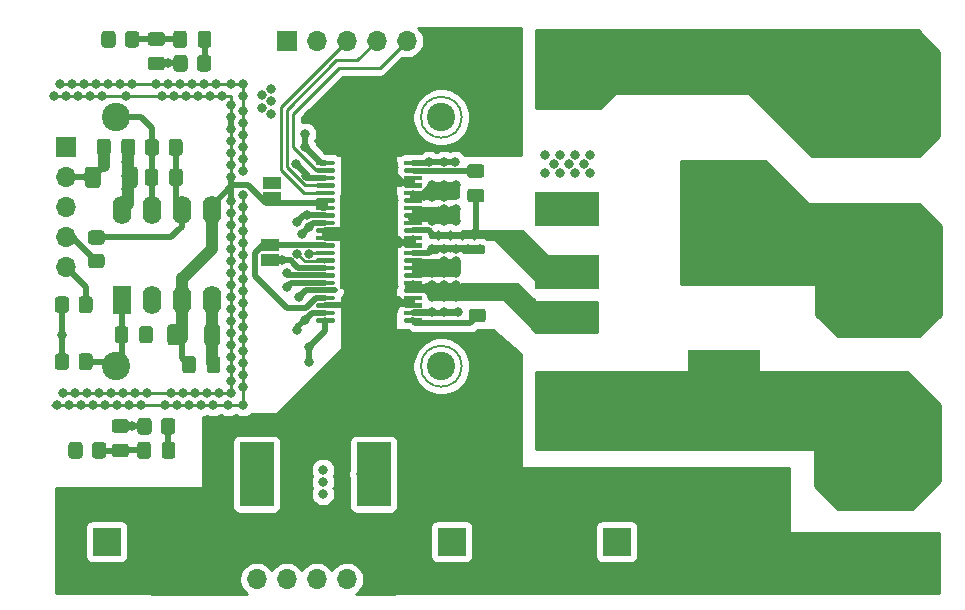
<source format=gbr>
%TF.GenerationSoftware,KiCad,Pcbnew,(5.1.9)-1*%
%TF.CreationDate,2021-11-30T23:52:57-06:00*%
%TF.ProjectId,Discrete_Channel,44697363-7265-4746-955f-4368616e6e65,rev?*%
%TF.SameCoordinates,Original*%
%TF.FileFunction,Copper,L1,Top*%
%TF.FilePolarity,Positive*%
%FSLAX46Y46*%
G04 Gerber Fmt 4.6, Leading zero omitted, Abs format (unit mm)*
G04 Created by KiCad (PCBNEW (5.1.9)-1) date 2021-11-30 23:52:57*
%MOMM*%
%LPD*%
G01*
G04 APERTURE LIST*
%TA.AperFunction,NonConductor*%
%ADD10C,0.150000*%
%TD*%
%TA.AperFunction,ComponentPad*%
%ADD11C,2.400000*%
%TD*%
%TA.AperFunction,SMDPad,CuDef*%
%ADD12R,5.000000X8.000000*%
%TD*%
%TA.AperFunction,ComponentPad*%
%ADD13R,2.400000X2.400000*%
%TD*%
%TA.AperFunction,SMDPad,CuDef*%
%ADD14R,6.100000X2.000000*%
%TD*%
%TA.AperFunction,ComponentPad*%
%ADD15R,1.700000X1.700000*%
%TD*%
%TA.AperFunction,ComponentPad*%
%ADD16O,1.700000X1.700000*%
%TD*%
%TA.AperFunction,SMDPad,CuDef*%
%ADD17R,2.900000X5.400000*%
%TD*%
%TA.AperFunction,SMDPad,CuDef*%
%ADD18R,5.400000X2.900000*%
%TD*%
%TA.AperFunction,ComponentPad*%
%ADD19R,1.600000X2.400000*%
%TD*%
%TA.AperFunction,ComponentPad*%
%ADD20O,1.600000X2.400000*%
%TD*%
%TA.AperFunction,ComponentPad*%
%ADD21C,10.160000*%
%TD*%
%TA.AperFunction,SMDPad,CuDef*%
%ADD22R,1.500000X1.000000*%
%TD*%
%TA.AperFunction,ViaPad*%
%ADD23C,0.800000*%
%TD*%
%TA.AperFunction,Conductor*%
%ADD24C,0.250000*%
%TD*%
%TA.AperFunction,Conductor*%
%ADD25C,1.000000*%
%TD*%
%TA.AperFunction,Conductor*%
%ADD26C,0.500000*%
%TD*%
%TA.AperFunction,Conductor*%
%ADD27C,0.254000*%
%TD*%
%TA.AperFunction,Conductor*%
%ADD28C,0.100000*%
%TD*%
G04 APERTURE END LIST*
D10*
X148666387Y-71628000D02*
G75*
G03*
X148666387Y-71628000I-1727387J0D01*
G01*
X148666387Y-92710000D02*
G75*
G03*
X148666387Y-92710000I-1727387J0D01*
G01*
D11*
%TO.P,C21,2*%
%TO.N,/FB_B*%
X119439000Y-71628000D03*
%TO.P,C21,1*%
%TO.N,Net-(C21-Pad1)*%
X146939000Y-71628000D03*
%TD*%
%TO.P,C20,1*%
%TO.N,Net-(C20-Pad1)*%
X146939000Y-92710000D03*
%TO.P,C20,2*%
%TO.N,/FB_A*%
X119439000Y-92710000D03*
%TD*%
%TO.P,U1,1*%
%TO.N,Net-(C8-Pad2)*%
%TA.AperFunction,SMDPad,CuDef*%
G36*
G01*
X136343000Y-75601500D02*
X136343000Y-75401500D01*
G75*
G02*
X136443000Y-75301500I100000J0D01*
G01*
X137818000Y-75301500D01*
G75*
G02*
X137918000Y-75401500I0J-100000D01*
G01*
X137918000Y-75601500D01*
G75*
G02*
X137818000Y-75701500I-100000J0D01*
G01*
X136443000Y-75701500D01*
G75*
G02*
X136343000Y-75601500I0J100000D01*
G01*
G37*
%TD.AperFunction*%
%TO.P,U1,2*%
%TO.N,/~ERROR*%
%TA.AperFunction,SMDPad,CuDef*%
G36*
G01*
X136343000Y-76236500D02*
X136343000Y-76036500D01*
G75*
G02*
X136443000Y-75936500I100000J0D01*
G01*
X137818000Y-75936500D01*
G75*
G02*
X137918000Y-76036500I0J-100000D01*
G01*
X137918000Y-76236500D01*
G75*
G02*
X137818000Y-76336500I-100000J0D01*
G01*
X136443000Y-76336500D01*
G75*
G02*
X136343000Y-76236500I0J100000D01*
G01*
G37*
%TD.AperFunction*%
%TO.P,U1,3*%
%TO.N,Net-(C15-Pad2)*%
%TA.AperFunction,SMDPad,CuDef*%
G36*
G01*
X136343000Y-76871500D02*
X136343000Y-76671500D01*
G75*
G02*
X136443000Y-76571500I100000J0D01*
G01*
X137818000Y-76571500D01*
G75*
G02*
X137918000Y-76671500I0J-100000D01*
G01*
X137918000Y-76871500D01*
G75*
G02*
X137818000Y-76971500I-100000J0D01*
G01*
X136443000Y-76971500D01*
G75*
G02*
X136343000Y-76871500I0J100000D01*
G01*
G37*
%TD.AperFunction*%
%TO.P,U1,4*%
%TO.N,/~FAULT*%
%TA.AperFunction,SMDPad,CuDef*%
G36*
G01*
X136343000Y-77506500D02*
X136343000Y-77306500D01*
G75*
G02*
X136443000Y-77206500I100000J0D01*
G01*
X137818000Y-77206500D01*
G75*
G02*
X137918000Y-77306500I0J-100000D01*
G01*
X137918000Y-77506500D01*
G75*
G02*
X137818000Y-77606500I-100000J0D01*
G01*
X136443000Y-77606500D01*
G75*
G02*
X136343000Y-77506500I0J100000D01*
G01*
G37*
%TD.AperFunction*%
%TO.P,U1,5*%
%TO.N,/~RESET*%
%TA.AperFunction,SMDPad,CuDef*%
G36*
G01*
X136343000Y-78141500D02*
X136343000Y-77941500D01*
G75*
G02*
X136443000Y-77841500I100000J0D01*
G01*
X137818000Y-77841500D01*
G75*
G02*
X137918000Y-77941500I0J-100000D01*
G01*
X137918000Y-78141500D01*
G75*
G02*
X137818000Y-78241500I-100000J0D01*
G01*
X136443000Y-78241500D01*
G75*
G02*
X136343000Y-78141500I0J100000D01*
G01*
G37*
%TD.AperFunction*%
%TO.P,U1,6*%
%TO.N,GNDA*%
%TA.AperFunction,SMDPad,CuDef*%
G36*
G01*
X136343000Y-78776500D02*
X136343000Y-78576500D01*
G75*
G02*
X136443000Y-78476500I100000J0D01*
G01*
X137818000Y-78476500D01*
G75*
G02*
X137918000Y-78576500I0J-100000D01*
G01*
X137918000Y-78776500D01*
G75*
G02*
X137818000Y-78876500I-100000J0D01*
G01*
X136443000Y-78876500D01*
G75*
G02*
X136343000Y-78776500I0J100000D01*
G01*
G37*
%TD.AperFunction*%
%TO.P,U1,7*%
%TA.AperFunction,SMDPad,CuDef*%
G36*
G01*
X136343000Y-79411500D02*
X136343000Y-79211500D01*
G75*
G02*
X136443000Y-79111500I100000J0D01*
G01*
X137818000Y-79111500D01*
G75*
G02*
X137918000Y-79211500I0J-100000D01*
G01*
X137918000Y-79411500D01*
G75*
G02*
X137818000Y-79511500I-100000J0D01*
G01*
X136443000Y-79511500D01*
G75*
G02*
X136343000Y-79411500I0J100000D01*
G01*
G37*
%TD.AperFunction*%
%TO.P,U1,8*%
%TO.N,Net-(C9-Pad1)*%
%TA.AperFunction,SMDPad,CuDef*%
G36*
G01*
X136343000Y-80046500D02*
X136343000Y-79846500D01*
G75*
G02*
X136443000Y-79746500I100000J0D01*
G01*
X137818000Y-79746500D01*
G75*
G02*
X137918000Y-79846500I0J-100000D01*
G01*
X137918000Y-80046500D01*
G75*
G02*
X137818000Y-80146500I-100000J0D01*
G01*
X136443000Y-80146500D01*
G75*
G02*
X136343000Y-80046500I0J100000D01*
G01*
G37*
%TD.AperFunction*%
%TO.P,U1,9*%
%TO.N,Net-(C16-Pad2)*%
%TA.AperFunction,SMDPad,CuDef*%
G36*
G01*
X136343000Y-80681500D02*
X136343000Y-80481500D01*
G75*
G02*
X136443000Y-80381500I100000J0D01*
G01*
X137818000Y-80381500D01*
G75*
G02*
X137918000Y-80481500I0J-100000D01*
G01*
X137918000Y-80681500D01*
G75*
G02*
X137818000Y-80781500I-100000J0D01*
G01*
X136443000Y-80781500D01*
G75*
G02*
X136343000Y-80681500I0J100000D01*
G01*
G37*
%TD.AperFunction*%
%TO.P,U1,10*%
%TO.N,GND*%
%TA.AperFunction,SMDPad,CuDef*%
G36*
G01*
X136343000Y-81316500D02*
X136343000Y-81116500D01*
G75*
G02*
X136443000Y-81016500I100000J0D01*
G01*
X137818000Y-81016500D01*
G75*
G02*
X137918000Y-81116500I0J-100000D01*
G01*
X137918000Y-81316500D01*
G75*
G02*
X137818000Y-81416500I-100000J0D01*
G01*
X136443000Y-81416500D01*
G75*
G02*
X136343000Y-81316500I0J100000D01*
G01*
G37*
%TD.AperFunction*%
%TO.P,U1,11*%
%TA.AperFunction,SMDPad,CuDef*%
G36*
G01*
X136343000Y-81951500D02*
X136343000Y-81751500D01*
G75*
G02*
X136443000Y-81651500I100000J0D01*
G01*
X137818000Y-81651500D01*
G75*
G02*
X137918000Y-81751500I0J-100000D01*
G01*
X137918000Y-81951500D01*
G75*
G02*
X137818000Y-82051500I-100000J0D01*
G01*
X136443000Y-82051500D01*
G75*
G02*
X136343000Y-81951500I0J100000D01*
G01*
G37*
%TD.AperFunction*%
%TO.P,U1,12*%
%TO.N,/DVDD*%
%TA.AperFunction,SMDPad,CuDef*%
G36*
G01*
X136343000Y-82586500D02*
X136343000Y-82386500D01*
G75*
G02*
X136443000Y-82286500I100000J0D01*
G01*
X137818000Y-82286500D01*
G75*
G02*
X137918000Y-82386500I0J-100000D01*
G01*
X137918000Y-82586500D01*
G75*
G02*
X137818000Y-82686500I-100000J0D01*
G01*
X136443000Y-82686500D01*
G75*
G02*
X136343000Y-82586500I0J100000D01*
G01*
G37*
%TD.AperFunction*%
%TO.P,U1,13*%
%TO.N,/OSC_IOP*%
%TA.AperFunction,SMDPad,CuDef*%
G36*
G01*
X136343000Y-83221500D02*
X136343000Y-83021500D01*
G75*
G02*
X136443000Y-82921500I100000J0D01*
G01*
X137818000Y-82921500D01*
G75*
G02*
X137918000Y-83021500I0J-100000D01*
G01*
X137918000Y-83221500D01*
G75*
G02*
X137818000Y-83321500I-100000J0D01*
G01*
X136443000Y-83321500D01*
G75*
G02*
X136343000Y-83221500I0J100000D01*
G01*
G37*
%TD.AperFunction*%
%TO.P,U1,14*%
%TO.N,/OSC_IOM*%
%TA.AperFunction,SMDPad,CuDef*%
G36*
G01*
X136343000Y-83856500D02*
X136343000Y-83656500D01*
G75*
G02*
X136443000Y-83556500I100000J0D01*
G01*
X137818000Y-83556500D01*
G75*
G02*
X137918000Y-83656500I0J-100000D01*
G01*
X137918000Y-83856500D01*
G75*
G02*
X137818000Y-83956500I-100000J0D01*
G01*
X136443000Y-83956500D01*
G75*
G02*
X136343000Y-83856500I0J100000D01*
G01*
G37*
%TD.AperFunction*%
%TO.P,U1,15*%
%TO.N,Net-(JP1-Pad2)*%
%TA.AperFunction,SMDPad,CuDef*%
G36*
G01*
X136343000Y-84491500D02*
X136343000Y-84291500D01*
G75*
G02*
X136443000Y-84191500I100000J0D01*
G01*
X137818000Y-84191500D01*
G75*
G02*
X137918000Y-84291500I0J-100000D01*
G01*
X137918000Y-84491500D01*
G75*
G02*
X137818000Y-84591500I-100000J0D01*
G01*
X136443000Y-84591500D01*
G75*
G02*
X136343000Y-84491500I0J100000D01*
G01*
G37*
%TD.AperFunction*%
%TO.P,U1,16*%
%TO.N,Net-(R4-Pad2)*%
%TA.AperFunction,SMDPad,CuDef*%
G36*
G01*
X136343000Y-85126500D02*
X136343000Y-84926500D01*
G75*
G02*
X136443000Y-84826500I100000J0D01*
G01*
X137818000Y-84826500D01*
G75*
G02*
X137918000Y-84926500I0J-100000D01*
G01*
X137918000Y-85126500D01*
G75*
G02*
X137818000Y-85226500I-100000J0D01*
G01*
X136443000Y-85226500D01*
G75*
G02*
X136343000Y-85126500I0J100000D01*
G01*
G37*
%TD.AperFunction*%
%TO.P,U1,17*%
%TO.N,Net-(C21-Pad1)*%
%TA.AperFunction,SMDPad,CuDef*%
G36*
G01*
X136343000Y-85761500D02*
X136343000Y-85561500D01*
G75*
G02*
X136443000Y-85461500I100000J0D01*
G01*
X137818000Y-85461500D01*
G75*
G02*
X137918000Y-85561500I0J-100000D01*
G01*
X137918000Y-85761500D01*
G75*
G02*
X137818000Y-85861500I-100000J0D01*
G01*
X136443000Y-85861500D01*
G75*
G02*
X136343000Y-85761500I0J100000D01*
G01*
G37*
%TD.AperFunction*%
%TO.P,U1,18*%
%TO.N,Net-(C20-Pad1)*%
%TA.AperFunction,SMDPad,CuDef*%
G36*
G01*
X136343000Y-86396500D02*
X136343000Y-86196500D01*
G75*
G02*
X136443000Y-86096500I100000J0D01*
G01*
X137818000Y-86096500D01*
G75*
G02*
X137918000Y-86196500I0J-100000D01*
G01*
X137918000Y-86396500D01*
G75*
G02*
X137818000Y-86496500I-100000J0D01*
G01*
X136443000Y-86496500D01*
G75*
G02*
X136343000Y-86396500I0J100000D01*
G01*
G37*
%TD.AperFunction*%
%TO.P,U1,19*%
%TO.N,/DVDD*%
%TA.AperFunction,SMDPad,CuDef*%
G36*
G01*
X136343000Y-87031500D02*
X136343000Y-86831500D01*
G75*
G02*
X136443000Y-86731500I100000J0D01*
G01*
X137818000Y-86731500D01*
G75*
G02*
X137918000Y-86831500I0J-100000D01*
G01*
X137918000Y-87031500D01*
G75*
G02*
X137818000Y-87131500I-100000J0D01*
G01*
X136443000Y-87131500D01*
G75*
G02*
X136343000Y-87031500I0J100000D01*
G01*
G37*
%TD.AperFunction*%
%TO.P,U1,20*%
%TO.N,GND*%
%TA.AperFunction,SMDPad,CuDef*%
G36*
G01*
X136343000Y-87666500D02*
X136343000Y-87466500D01*
G75*
G02*
X136443000Y-87366500I100000J0D01*
G01*
X137818000Y-87366500D01*
G75*
G02*
X137918000Y-87466500I0J-100000D01*
G01*
X137918000Y-87666500D01*
G75*
G02*
X137818000Y-87766500I-100000J0D01*
G01*
X136443000Y-87766500D01*
G75*
G02*
X136343000Y-87666500I0J100000D01*
G01*
G37*
%TD.AperFunction*%
%TO.P,U1,21*%
%TO.N,Net-(C14-Pad2)*%
%TA.AperFunction,SMDPad,CuDef*%
G36*
G01*
X136343000Y-88301500D02*
X136343000Y-88101500D01*
G75*
G02*
X136443000Y-88001500I100000J0D01*
G01*
X137818000Y-88001500D01*
G75*
G02*
X137918000Y-88101500I0J-100000D01*
G01*
X137918000Y-88301500D01*
G75*
G02*
X137818000Y-88401500I-100000J0D01*
G01*
X136443000Y-88401500D01*
G75*
G02*
X136343000Y-88301500I0J100000D01*
G01*
G37*
%TD.AperFunction*%
%TO.P,U1,22*%
%TO.N,Net-(C6-Pad2)*%
%TA.AperFunction,SMDPad,CuDef*%
G36*
G01*
X136343000Y-88936500D02*
X136343000Y-88736500D01*
G75*
G02*
X136443000Y-88636500I100000J0D01*
G01*
X137818000Y-88636500D01*
G75*
G02*
X137918000Y-88736500I0J-100000D01*
G01*
X137918000Y-88936500D01*
G75*
G02*
X137818000Y-89036500I-100000J0D01*
G01*
X136443000Y-89036500D01*
G75*
G02*
X136343000Y-88936500I0J100000D01*
G01*
G37*
%TD.AperFunction*%
%TO.P,U1,23*%
%TO.N,Net-(C22-Pad1)*%
%TA.AperFunction,SMDPad,CuDef*%
G36*
G01*
X143768000Y-88936500D02*
X143768000Y-88736500D01*
G75*
G02*
X143868000Y-88636500I100000J0D01*
G01*
X145243000Y-88636500D01*
G75*
G02*
X145343000Y-88736500I0J-100000D01*
G01*
X145343000Y-88936500D01*
G75*
G02*
X145243000Y-89036500I-100000J0D01*
G01*
X143868000Y-89036500D01*
G75*
G02*
X143768000Y-88936500I0J100000D01*
G01*
G37*
%TD.AperFunction*%
%TO.P,U1,24*%
%TO.N,Net-(C23-Pad1)*%
%TA.AperFunction,SMDPad,CuDef*%
G36*
G01*
X143768000Y-88301500D02*
X143768000Y-88101500D01*
G75*
G02*
X143868000Y-88001500I100000J0D01*
G01*
X145243000Y-88001500D01*
G75*
G02*
X145343000Y-88101500I0J-100000D01*
G01*
X145343000Y-88301500D01*
G75*
G02*
X145243000Y-88401500I-100000J0D01*
G01*
X143868000Y-88401500D01*
G75*
G02*
X143768000Y-88301500I0J100000D01*
G01*
G37*
%TD.AperFunction*%
%TO.P,U1,25*%
%TO.N,GND*%
%TA.AperFunction,SMDPad,CuDef*%
G36*
G01*
X143768000Y-87666500D02*
X143768000Y-87466500D01*
G75*
G02*
X143868000Y-87366500I100000J0D01*
G01*
X145243000Y-87366500D01*
G75*
G02*
X145343000Y-87466500I0J-100000D01*
G01*
X145343000Y-87666500D01*
G75*
G02*
X145243000Y-87766500I-100000J0D01*
G01*
X143868000Y-87766500D01*
G75*
G02*
X143768000Y-87666500I0J100000D01*
G01*
G37*
%TD.AperFunction*%
%TO.P,U1,26*%
%TA.AperFunction,SMDPad,CuDef*%
G36*
G01*
X143768000Y-87031500D02*
X143768000Y-86831500D01*
G75*
G02*
X143868000Y-86731500I100000J0D01*
G01*
X145243000Y-86731500D01*
G75*
G02*
X145343000Y-86831500I0J-100000D01*
G01*
X145343000Y-87031500D01*
G75*
G02*
X145243000Y-87131500I-100000J0D01*
G01*
X143868000Y-87131500D01*
G75*
G02*
X143768000Y-87031500I0J100000D01*
G01*
G37*
%TD.AperFunction*%
%TO.P,U1,27*%
%TO.N,/OUT_A*%
%TA.AperFunction,SMDPad,CuDef*%
G36*
G01*
X143768000Y-86396500D02*
X143768000Y-86196500D01*
G75*
G02*
X143868000Y-86096500I100000J0D01*
G01*
X145243000Y-86096500D01*
G75*
G02*
X145343000Y-86196500I0J-100000D01*
G01*
X145343000Y-86396500D01*
G75*
G02*
X145243000Y-86496500I-100000J0D01*
G01*
X143868000Y-86496500D01*
G75*
G02*
X143768000Y-86396500I0J100000D01*
G01*
G37*
%TD.AperFunction*%
%TO.P,U1,28*%
%TA.AperFunction,SMDPad,CuDef*%
G36*
G01*
X143768000Y-85761500D02*
X143768000Y-85561500D01*
G75*
G02*
X143868000Y-85461500I100000J0D01*
G01*
X145243000Y-85461500D01*
G75*
G02*
X145343000Y-85561500I0J-100000D01*
G01*
X145343000Y-85761500D01*
G75*
G02*
X145243000Y-85861500I-100000J0D01*
G01*
X143868000Y-85861500D01*
G75*
G02*
X143768000Y-85761500I0J100000D01*
G01*
G37*
%TD.AperFunction*%
%TO.P,U1,29*%
%TO.N,/PVDD*%
%TA.AperFunction,SMDPad,CuDef*%
G36*
G01*
X143768000Y-85126500D02*
X143768000Y-84926500D01*
G75*
G02*
X143868000Y-84826500I100000J0D01*
G01*
X145243000Y-84826500D01*
G75*
G02*
X145343000Y-84926500I0J-100000D01*
G01*
X145343000Y-85126500D01*
G75*
G02*
X145243000Y-85226500I-100000J0D01*
G01*
X143868000Y-85226500D01*
G75*
G02*
X143768000Y-85126500I0J100000D01*
G01*
G37*
%TD.AperFunction*%
%TO.P,U1,30*%
%TA.AperFunction,SMDPad,CuDef*%
G36*
G01*
X143768000Y-84491500D02*
X143768000Y-84291500D01*
G75*
G02*
X143868000Y-84191500I100000J0D01*
G01*
X145243000Y-84191500D01*
G75*
G02*
X145343000Y-84291500I0J-100000D01*
G01*
X145343000Y-84491500D01*
G75*
G02*
X145243000Y-84591500I-100000J0D01*
G01*
X143868000Y-84591500D01*
G75*
G02*
X143768000Y-84491500I0J100000D01*
G01*
G37*
%TD.AperFunction*%
%TO.P,U1,31*%
%TA.AperFunction,SMDPad,CuDef*%
G36*
G01*
X143768000Y-83856500D02*
X143768000Y-83656500D01*
G75*
G02*
X143868000Y-83556500I100000J0D01*
G01*
X145243000Y-83556500D01*
G75*
G02*
X145343000Y-83656500I0J-100000D01*
G01*
X145343000Y-83856500D01*
G75*
G02*
X145243000Y-83956500I-100000J0D01*
G01*
X143868000Y-83956500D01*
G75*
G02*
X143768000Y-83856500I0J100000D01*
G01*
G37*
%TD.AperFunction*%
%TO.P,U1,32*%
%TO.N,/OUT_B*%
%TA.AperFunction,SMDPad,CuDef*%
G36*
G01*
X143768000Y-83221500D02*
X143768000Y-83021500D01*
G75*
G02*
X143868000Y-82921500I100000J0D01*
G01*
X145243000Y-82921500D01*
G75*
G02*
X145343000Y-83021500I0J-100000D01*
G01*
X145343000Y-83221500D01*
G75*
G02*
X145243000Y-83321500I-100000J0D01*
G01*
X143868000Y-83321500D01*
G75*
G02*
X143768000Y-83221500I0J100000D01*
G01*
G37*
%TD.AperFunction*%
%TO.P,U1,33*%
%TO.N,GND*%
%TA.AperFunction,SMDPad,CuDef*%
G36*
G01*
X143768000Y-82586500D02*
X143768000Y-82386500D01*
G75*
G02*
X143868000Y-82286500I100000J0D01*
G01*
X145243000Y-82286500D01*
G75*
G02*
X145343000Y-82386500I0J-100000D01*
G01*
X145343000Y-82586500D01*
G75*
G02*
X145243000Y-82686500I-100000J0D01*
G01*
X143868000Y-82686500D01*
G75*
G02*
X143768000Y-82586500I0J100000D01*
G01*
G37*
%TD.AperFunction*%
%TO.P,U1,34*%
%TA.AperFunction,SMDPad,CuDef*%
G36*
G01*
X143768000Y-81951500D02*
X143768000Y-81751500D01*
G75*
G02*
X143868000Y-81651500I100000J0D01*
G01*
X145243000Y-81651500D01*
G75*
G02*
X145343000Y-81751500I0J-100000D01*
G01*
X145343000Y-81951500D01*
G75*
G02*
X145243000Y-82051500I-100000J0D01*
G01*
X143868000Y-82051500D01*
G75*
G02*
X143768000Y-81951500I0J100000D01*
G01*
G37*
%TD.AperFunction*%
%TO.P,U1,35*%
%TO.N,/OUT_C*%
%TA.AperFunction,SMDPad,CuDef*%
G36*
G01*
X143768000Y-81316500D02*
X143768000Y-81116500D01*
G75*
G02*
X143868000Y-81016500I100000J0D01*
G01*
X145243000Y-81016500D01*
G75*
G02*
X145343000Y-81116500I0J-100000D01*
G01*
X145343000Y-81316500D01*
G75*
G02*
X145243000Y-81416500I-100000J0D01*
G01*
X143868000Y-81416500D01*
G75*
G02*
X143768000Y-81316500I0J100000D01*
G01*
G37*
%TD.AperFunction*%
%TO.P,U1,36*%
%TO.N,/PVDD*%
%TA.AperFunction,SMDPad,CuDef*%
G36*
G01*
X143768000Y-80681500D02*
X143768000Y-80481500D01*
G75*
G02*
X143868000Y-80381500I100000J0D01*
G01*
X145243000Y-80381500D01*
G75*
G02*
X145343000Y-80481500I0J-100000D01*
G01*
X145343000Y-80681500D01*
G75*
G02*
X145243000Y-80781500I-100000J0D01*
G01*
X143868000Y-80781500D01*
G75*
G02*
X143768000Y-80681500I0J100000D01*
G01*
G37*
%TD.AperFunction*%
%TO.P,U1,37*%
%TA.AperFunction,SMDPad,CuDef*%
G36*
G01*
X143768000Y-80046500D02*
X143768000Y-79846500D01*
G75*
G02*
X143868000Y-79746500I100000J0D01*
G01*
X145243000Y-79746500D01*
G75*
G02*
X145343000Y-79846500I0J-100000D01*
G01*
X145343000Y-80046500D01*
G75*
G02*
X145243000Y-80146500I-100000J0D01*
G01*
X143868000Y-80146500D01*
G75*
G02*
X143768000Y-80046500I0J100000D01*
G01*
G37*
%TD.AperFunction*%
%TO.P,U1,38*%
%TA.AperFunction,SMDPad,CuDef*%
G36*
G01*
X143768000Y-79411500D02*
X143768000Y-79211500D01*
G75*
G02*
X143868000Y-79111500I100000J0D01*
G01*
X145243000Y-79111500D01*
G75*
G02*
X145343000Y-79211500I0J-100000D01*
G01*
X145343000Y-79411500D01*
G75*
G02*
X145243000Y-79511500I-100000J0D01*
G01*
X143868000Y-79511500D01*
G75*
G02*
X143768000Y-79411500I0J100000D01*
G01*
G37*
%TD.AperFunction*%
%TO.P,U1,39*%
%TO.N,/OUT_D*%
%TA.AperFunction,SMDPad,CuDef*%
G36*
G01*
X143768000Y-78776500D02*
X143768000Y-78576500D01*
G75*
G02*
X143868000Y-78476500I100000J0D01*
G01*
X145243000Y-78476500D01*
G75*
G02*
X145343000Y-78576500I0J-100000D01*
G01*
X145343000Y-78776500D01*
G75*
G02*
X145243000Y-78876500I-100000J0D01*
G01*
X143868000Y-78876500D01*
G75*
G02*
X143768000Y-78776500I0J100000D01*
G01*
G37*
%TD.AperFunction*%
%TO.P,U1,40*%
%TA.AperFunction,SMDPad,CuDef*%
G36*
G01*
X143768000Y-78141500D02*
X143768000Y-77941500D01*
G75*
G02*
X143868000Y-77841500I100000J0D01*
G01*
X145243000Y-77841500D01*
G75*
G02*
X145343000Y-77941500I0J-100000D01*
G01*
X145343000Y-78141500D01*
G75*
G02*
X145243000Y-78241500I-100000J0D01*
G01*
X143868000Y-78241500D01*
G75*
G02*
X143768000Y-78141500I0J100000D01*
G01*
G37*
%TD.AperFunction*%
%TO.P,U1,41*%
%TO.N,GND*%
%TA.AperFunction,SMDPad,CuDef*%
G36*
G01*
X143768000Y-77506500D02*
X143768000Y-77306500D01*
G75*
G02*
X143868000Y-77206500I100000J0D01*
G01*
X145243000Y-77206500D01*
G75*
G02*
X145343000Y-77306500I0J-100000D01*
G01*
X145343000Y-77506500D01*
G75*
G02*
X145243000Y-77606500I-100000J0D01*
G01*
X143868000Y-77606500D01*
G75*
G02*
X143768000Y-77506500I0J100000D01*
G01*
G37*
%TD.AperFunction*%
%TO.P,U1,42*%
%TA.AperFunction,SMDPad,CuDef*%
G36*
G01*
X143768000Y-76871500D02*
X143768000Y-76671500D01*
G75*
G02*
X143868000Y-76571500I100000J0D01*
G01*
X145243000Y-76571500D01*
G75*
G02*
X145343000Y-76671500I0J-100000D01*
G01*
X145343000Y-76871500D01*
G75*
G02*
X145243000Y-76971500I-100000J0D01*
G01*
X143868000Y-76971500D01*
G75*
G02*
X143768000Y-76871500I0J100000D01*
G01*
G37*
%TD.AperFunction*%
%TO.P,U1,43*%
%TO.N,Net-(C24-Pad1)*%
%TA.AperFunction,SMDPad,CuDef*%
G36*
G01*
X143768000Y-76236500D02*
X143768000Y-76036500D01*
G75*
G02*
X143868000Y-75936500I100000J0D01*
G01*
X145243000Y-75936500D01*
G75*
G02*
X145343000Y-76036500I0J-100000D01*
G01*
X145343000Y-76236500D01*
G75*
G02*
X145243000Y-76336500I-100000J0D01*
G01*
X143868000Y-76336500D01*
G75*
G02*
X143768000Y-76236500I0J100000D01*
G01*
G37*
%TD.AperFunction*%
%TO.P,U1,44*%
%TO.N,Net-(C25-Pad1)*%
%TA.AperFunction,SMDPad,CuDef*%
G36*
G01*
X143768000Y-75601500D02*
X143768000Y-75401500D01*
G75*
G02*
X143868000Y-75301500I100000J0D01*
G01*
X145243000Y-75301500D01*
G75*
G02*
X145343000Y-75401500I0J-100000D01*
G01*
X145343000Y-75601500D01*
G75*
G02*
X145243000Y-75701500I-100000J0D01*
G01*
X143868000Y-75701500D01*
G75*
G02*
X143768000Y-75601500I0J100000D01*
G01*
G37*
%TD.AperFunction*%
D12*
%TO.P,U1,0*%
%TO.N,GND*%
X140843000Y-82169000D03*
%TD*%
D13*
%TO.P,C1,1*%
%TO.N,/PVDD*%
X147828000Y-107569000D03*
D11*
%TO.P,C1,2*%
%TO.N,GND*%
X152828000Y-107569000D03*
%TD*%
D14*
%TO.P,C31,2*%
%TO.N,/SPEAKER-*%
X170842000Y-92392000D03*
%TO.P,C31,1*%
%TO.N,GND*%
X170842000Y-84392000D03*
%TD*%
%TO.P,C30,2*%
%TO.N,GND*%
X170842000Y-76644000D03*
%TO.P,C30,1*%
%TO.N,/SPEAKER+*%
X170842000Y-68644000D03*
%TD*%
D11*
%TO.P,C2,2*%
%TO.N,GND*%
X166798000Y-107569000D03*
D13*
%TO.P,C2,1*%
%TO.N,/PVDD*%
X161798000Y-107569000D03*
%TD*%
%TO.P,C10,2*%
%TO.N,GNDA*%
%TA.AperFunction,SMDPad,CuDef*%
G36*
G01*
X118951500Y-73693000D02*
X118951500Y-74643000D01*
G75*
G02*
X118701500Y-74893000I-250000J0D01*
G01*
X118026500Y-74893000D01*
G75*
G02*
X117776500Y-74643000I0J250000D01*
G01*
X117776500Y-73693000D01*
G75*
G02*
X118026500Y-73443000I250000J0D01*
G01*
X118701500Y-73443000D01*
G75*
G02*
X118951500Y-73693000I0J-250000D01*
G01*
G37*
%TD.AperFunction*%
%TO.P,C10,1*%
%TO.N,VCC*%
%TA.AperFunction,SMDPad,CuDef*%
G36*
G01*
X121026500Y-73693000D02*
X121026500Y-74643000D01*
G75*
G02*
X120776500Y-74893000I-250000J0D01*
G01*
X120101500Y-74893000D01*
G75*
G02*
X119851500Y-74643000I0J250000D01*
G01*
X119851500Y-73693000D01*
G75*
G02*
X120101500Y-73443000I250000J0D01*
G01*
X120776500Y-73443000D01*
G75*
G02*
X121026500Y-73693000I0J-250000D01*
G01*
G37*
%TD.AperFunction*%
%TD*%
%TO.P,C11,1*%
%TO.N,GNDA*%
%TA.AperFunction,SMDPad,CuDef*%
G36*
G01*
X124994000Y-93058000D02*
X124994000Y-92108000D01*
G75*
G02*
X125244000Y-91858000I250000J0D01*
G01*
X125919000Y-91858000D01*
G75*
G02*
X126169000Y-92108000I0J-250000D01*
G01*
X126169000Y-93058000D01*
G75*
G02*
X125919000Y-93308000I-250000J0D01*
G01*
X125244000Y-93308000D01*
G75*
G02*
X124994000Y-93058000I0J250000D01*
G01*
G37*
%TD.AperFunction*%
%TO.P,C11,2*%
%TO.N,VEE*%
%TA.AperFunction,SMDPad,CuDef*%
G36*
G01*
X127069000Y-93058000D02*
X127069000Y-92108000D01*
G75*
G02*
X127319000Y-91858000I250000J0D01*
G01*
X127994000Y-91858000D01*
G75*
G02*
X128244000Y-92108000I0J-250000D01*
G01*
X128244000Y-93058000D01*
G75*
G02*
X127994000Y-93308000I-250000J0D01*
G01*
X127319000Y-93308000D01*
G75*
G02*
X127069000Y-93058000I0J250000D01*
G01*
G37*
%TD.AperFunction*%
%TD*%
%TO.P,C12,1*%
%TO.N,VCC*%
%TA.AperFunction,SMDPad,CuDef*%
G36*
G01*
X121224000Y-76057998D02*
X121224000Y-77358002D01*
G75*
G02*
X120974002Y-77608000I-249998J0D01*
G01*
X120148998Y-77608000D01*
G75*
G02*
X119899000Y-77358002I0J249998D01*
G01*
X119899000Y-76057998D01*
G75*
G02*
X120148998Y-75808000I249998J0D01*
G01*
X120974002Y-75808000D01*
G75*
G02*
X121224000Y-76057998I0J-249998D01*
G01*
G37*
%TD.AperFunction*%
%TO.P,C12,2*%
%TO.N,GNDA*%
%TA.AperFunction,SMDPad,CuDef*%
G36*
G01*
X118099000Y-76057998D02*
X118099000Y-77358002D01*
G75*
G02*
X117849002Y-77608000I-249998J0D01*
G01*
X117023998Y-77608000D01*
G75*
G02*
X116774000Y-77358002I0J249998D01*
G01*
X116774000Y-76057998D01*
G75*
G02*
X117023998Y-75808000I249998J0D01*
G01*
X117849002Y-75808000D01*
G75*
G02*
X118099000Y-76057998I0J-249998D01*
G01*
G37*
%TD.AperFunction*%
%TD*%
%TO.P,C13,2*%
%TO.N,VEE*%
%TA.AperFunction,SMDPad,CuDef*%
G36*
G01*
X126884000Y-90693002D02*
X126884000Y-89392998D01*
G75*
G02*
X127133998Y-89143000I249998J0D01*
G01*
X127959002Y-89143000D01*
G75*
G02*
X128209000Y-89392998I0J-249998D01*
G01*
X128209000Y-90693002D01*
G75*
G02*
X127959002Y-90943000I-249998J0D01*
G01*
X127133998Y-90943000D01*
G75*
G02*
X126884000Y-90693002I0J249998D01*
G01*
G37*
%TD.AperFunction*%
%TO.P,C13,1*%
%TO.N,GNDA*%
%TA.AperFunction,SMDPad,CuDef*%
G36*
G01*
X123759000Y-90693002D02*
X123759000Y-89392998D01*
G75*
G02*
X124008998Y-89143000I249998J0D01*
G01*
X124834002Y-89143000D01*
G75*
G02*
X125084000Y-89392998I0J-249998D01*
G01*
X125084000Y-90693002D01*
G75*
G02*
X124834002Y-90943000I-249998J0D01*
G01*
X124008998Y-90943000D01*
G75*
G02*
X123759000Y-90693002I0J249998D01*
G01*
G37*
%TD.AperFunction*%
%TD*%
%TO.P,C17,1*%
%TO.N,/+12V*%
X118618000Y-107569000D03*
D11*
%TO.P,C17,2*%
%TO.N,GND*%
X123618000Y-107569000D03*
%TD*%
%TO.P,C19,1*%
%TO.N,Net-(C19-Pad1)*%
%TA.AperFunction,SMDPad,CuDef*%
G36*
G01*
X122529000Y-89568000D02*
X122529000Y-90518000D01*
G75*
G02*
X122279000Y-90768000I-250000J0D01*
G01*
X121604000Y-90768000D01*
G75*
G02*
X121354000Y-90518000I0J250000D01*
G01*
X121354000Y-89568000D01*
G75*
G02*
X121604000Y-89318000I250000J0D01*
G01*
X122279000Y-89318000D01*
G75*
G02*
X122529000Y-89568000I0J-250000D01*
G01*
G37*
%TD.AperFunction*%
%TO.P,C19,2*%
%TO.N,/FB_A*%
%TA.AperFunction,SMDPad,CuDef*%
G36*
G01*
X120454000Y-89568000D02*
X120454000Y-90518000D01*
G75*
G02*
X120204000Y-90768000I-250000J0D01*
G01*
X119529000Y-90768000D01*
G75*
G02*
X119279000Y-90518000I0J250000D01*
G01*
X119279000Y-89568000D01*
G75*
G02*
X119529000Y-89318000I250000J0D01*
G01*
X120204000Y-89318000D01*
G75*
G02*
X120454000Y-89568000I0J-250000D01*
G01*
G37*
%TD.AperFunction*%
%TD*%
%TO.P,C18,2*%
%TO.N,/FB_B*%
%TA.AperFunction,SMDPad,CuDef*%
G36*
G01*
X122994000Y-76233000D02*
X122994000Y-77183000D01*
G75*
G02*
X122744000Y-77433000I-250000J0D01*
G01*
X122069000Y-77433000D01*
G75*
G02*
X121819000Y-77183000I0J250000D01*
G01*
X121819000Y-76233000D01*
G75*
G02*
X122069000Y-75983000I250000J0D01*
G01*
X122744000Y-75983000D01*
G75*
G02*
X122994000Y-76233000I0J-250000D01*
G01*
G37*
%TD.AperFunction*%
%TO.P,C18,1*%
%TO.N,Net-(C18-Pad1)*%
%TA.AperFunction,SMDPad,CuDef*%
G36*
G01*
X125069000Y-76233000D02*
X125069000Y-77183000D01*
G75*
G02*
X124819000Y-77433000I-250000J0D01*
G01*
X124144000Y-77433000D01*
G75*
G02*
X123894000Y-77183000I0J250000D01*
G01*
X123894000Y-76233000D01*
G75*
G02*
X124144000Y-75983000I250000J0D01*
G01*
X124819000Y-75983000D01*
G75*
G02*
X125069000Y-76233000I0J-250000D01*
G01*
G37*
%TD.AperFunction*%
%TD*%
%TO.P,C22,1*%
%TO.N,Net-(C22-Pad1)*%
%TA.AperFunction,SMDPad,CuDef*%
G36*
G01*
X150462000Y-89001000D02*
X149512000Y-89001000D01*
G75*
G02*
X149262000Y-88751000I0J250000D01*
G01*
X149262000Y-88076000D01*
G75*
G02*
X149512000Y-87826000I250000J0D01*
G01*
X150462000Y-87826000D01*
G75*
G02*
X150712000Y-88076000I0J-250000D01*
G01*
X150712000Y-88751000D01*
G75*
G02*
X150462000Y-89001000I-250000J0D01*
G01*
G37*
%TD.AperFunction*%
%TO.P,C22,2*%
%TO.N,/OUT_A*%
%TA.AperFunction,SMDPad,CuDef*%
G36*
G01*
X150462000Y-86926000D02*
X149512000Y-86926000D01*
G75*
G02*
X149262000Y-86676000I0J250000D01*
G01*
X149262000Y-86001000D01*
G75*
G02*
X149512000Y-85751000I250000J0D01*
G01*
X150462000Y-85751000D01*
G75*
G02*
X150712000Y-86001000I0J-250000D01*
G01*
X150712000Y-86676000D01*
G75*
G02*
X150462000Y-86926000I-250000J0D01*
G01*
G37*
%TD.AperFunction*%
%TD*%
%TO.P,C24,2*%
%TO.N,/OUT_C*%
%TA.AperFunction,SMDPad,CuDef*%
G36*
G01*
X149385000Y-77666000D02*
X150335000Y-77666000D01*
G75*
G02*
X150585000Y-77916000I0J-250000D01*
G01*
X150585000Y-78591000D01*
G75*
G02*
X150335000Y-78841000I-250000J0D01*
G01*
X149385000Y-78841000D01*
G75*
G02*
X149135000Y-78591000I0J250000D01*
G01*
X149135000Y-77916000D01*
G75*
G02*
X149385000Y-77666000I250000J0D01*
G01*
G37*
%TD.AperFunction*%
%TO.P,C24,1*%
%TO.N,Net-(C24-Pad1)*%
%TA.AperFunction,SMDPad,CuDef*%
G36*
G01*
X149385000Y-75591000D02*
X150335000Y-75591000D01*
G75*
G02*
X150585000Y-75841000I0J-250000D01*
G01*
X150585000Y-76516000D01*
G75*
G02*
X150335000Y-76766000I-250000J0D01*
G01*
X149385000Y-76766000D01*
G75*
G02*
X149135000Y-76516000I0J250000D01*
G01*
X149135000Y-75841000D01*
G75*
G02*
X149385000Y-75591000I250000J0D01*
G01*
G37*
%TD.AperFunction*%
%TD*%
%TO.P,C26,2*%
%TO.N,Net-(C26-Pad2)*%
%TA.AperFunction,SMDPad,CuDef*%
G36*
G01*
X123284000Y-65590000D02*
X122334000Y-65590000D01*
G75*
G02*
X122084000Y-65340000I0J250000D01*
G01*
X122084000Y-64665000D01*
G75*
G02*
X122334000Y-64415000I250000J0D01*
G01*
X123284000Y-64415000D01*
G75*
G02*
X123534000Y-64665000I0J-250000D01*
G01*
X123534000Y-65340000D01*
G75*
G02*
X123284000Y-65590000I-250000J0D01*
G01*
G37*
%TD.AperFunction*%
%TO.P,C26,1*%
%TO.N,/FB_A*%
%TA.AperFunction,SMDPad,CuDef*%
G36*
G01*
X123284000Y-67665000D02*
X122334000Y-67665000D01*
G75*
G02*
X122084000Y-67415000I0J250000D01*
G01*
X122084000Y-66740000D01*
G75*
G02*
X122334000Y-66490000I250000J0D01*
G01*
X123284000Y-66490000D01*
G75*
G02*
X123534000Y-66740000I0J-250000D01*
G01*
X123534000Y-67415000D01*
G75*
G02*
X123284000Y-67665000I-250000J0D01*
G01*
G37*
%TD.AperFunction*%
%TD*%
%TO.P,C27,2*%
%TO.N,Net-(C27-Pad2)*%
%TA.AperFunction,SMDPad,CuDef*%
G36*
G01*
X119286000Y-99256000D02*
X120236000Y-99256000D01*
G75*
G02*
X120486000Y-99506000I0J-250000D01*
G01*
X120486000Y-100181000D01*
G75*
G02*
X120236000Y-100431000I-250000J0D01*
G01*
X119286000Y-100431000D01*
G75*
G02*
X119036000Y-100181000I0J250000D01*
G01*
X119036000Y-99506000D01*
G75*
G02*
X119286000Y-99256000I250000J0D01*
G01*
G37*
%TD.AperFunction*%
%TO.P,C27,1*%
%TO.N,/FB_B*%
%TA.AperFunction,SMDPad,CuDef*%
G36*
G01*
X119286000Y-97181000D02*
X120236000Y-97181000D01*
G75*
G02*
X120486000Y-97431000I0J-250000D01*
G01*
X120486000Y-98106000D01*
G75*
G02*
X120236000Y-98356000I-250000J0D01*
G01*
X119286000Y-98356000D01*
G75*
G02*
X119036000Y-98106000I0J250000D01*
G01*
X119036000Y-97431000D01*
G75*
G02*
X119286000Y-97181000I250000J0D01*
G01*
G37*
%TD.AperFunction*%
%TD*%
%TO.P,C28,1*%
%TO.N,Net-(C26-Pad2)*%
%TA.AperFunction,SMDPad,CuDef*%
G36*
G01*
X124232000Y-65499000D02*
X124232000Y-64549000D01*
G75*
G02*
X124482000Y-64299000I250000J0D01*
G01*
X125157000Y-64299000D01*
G75*
G02*
X125407000Y-64549000I0J-250000D01*
G01*
X125407000Y-65499000D01*
G75*
G02*
X125157000Y-65749000I-250000J0D01*
G01*
X124482000Y-65749000D01*
G75*
G02*
X124232000Y-65499000I0J250000D01*
G01*
G37*
%TD.AperFunction*%
%TO.P,C28,2*%
%TO.N,/SPEAKER+*%
%TA.AperFunction,SMDPad,CuDef*%
G36*
G01*
X126307000Y-65499000D02*
X126307000Y-64549000D01*
G75*
G02*
X126557000Y-64299000I250000J0D01*
G01*
X127232000Y-64299000D01*
G75*
G02*
X127482000Y-64549000I0J-250000D01*
G01*
X127482000Y-65499000D01*
G75*
G02*
X127232000Y-65749000I-250000J0D01*
G01*
X126557000Y-65749000D01*
G75*
G02*
X126307000Y-65499000I0J250000D01*
G01*
G37*
%TD.AperFunction*%
%TD*%
%TO.P,C29,2*%
%TO.N,/SPEAKER-*%
%TA.AperFunction,SMDPad,CuDef*%
G36*
G01*
X123259000Y-100297000D02*
X123259000Y-99347000D01*
G75*
G02*
X123509000Y-99097000I250000J0D01*
G01*
X124184000Y-99097000D01*
G75*
G02*
X124434000Y-99347000I0J-250000D01*
G01*
X124434000Y-100297000D01*
G75*
G02*
X124184000Y-100547000I-250000J0D01*
G01*
X123509000Y-100547000D01*
G75*
G02*
X123259000Y-100297000I0J250000D01*
G01*
G37*
%TD.AperFunction*%
%TO.P,C29,1*%
%TO.N,Net-(C27-Pad2)*%
%TA.AperFunction,SMDPad,CuDef*%
G36*
G01*
X121184000Y-100297000D02*
X121184000Y-99347000D01*
G75*
G02*
X121434000Y-99097000I250000J0D01*
G01*
X122109000Y-99097000D01*
G75*
G02*
X122359000Y-99347000I0J-250000D01*
G01*
X122359000Y-100297000D01*
G75*
G02*
X122109000Y-100547000I-250000J0D01*
G01*
X121434000Y-100547000D01*
G75*
G02*
X121184000Y-100297000I0J250000D01*
G01*
G37*
%TD.AperFunction*%
%TD*%
D15*
%TO.P,J1,1*%
%TO.N,/OSC_IOM*%
X133858000Y-65151000D03*
D16*
%TO.P,J1,2*%
%TO.N,/OSC_IOP*%
X136398000Y-65151000D03*
%TO.P,J1,3*%
%TO.N,/~RESET*%
X138938000Y-65151000D03*
%TO.P,J1,4*%
%TO.N,/~FAULT*%
X141478000Y-65151000D03*
%TO.P,J1,5*%
%TO.N,/~ERROR*%
X144018000Y-65151000D03*
%TD*%
%TO.P,J3,5*%
%TO.N,/IN_A*%
X115189000Y-84328000D03*
%TO.P,J3,4*%
%TO.N,/IN_B*%
X115189000Y-81788000D03*
%TO.P,J3,3*%
%TO.N,VEE*%
X115189000Y-79248000D03*
%TO.P,J3,2*%
%TO.N,GNDA*%
X115189000Y-76708000D03*
D15*
%TO.P,J3,1*%
%TO.N,VCC*%
X115189000Y-74168000D03*
%TD*%
D17*
%TO.P,L1,1*%
%TO.N,Net-(C14-Pad2)*%
X141221000Y-101854000D03*
%TO.P,L1,2*%
%TO.N,/+12V*%
X131321000Y-101854000D03*
%TD*%
D18*
%TO.P,L2,1*%
%TO.N,/OUT_B*%
X157607000Y-79372000D03*
%TO.P,L2,2*%
%TO.N,/SPEAKER+*%
X157607000Y-69472000D03*
%TD*%
%TO.P,L4,1*%
%TO.N,/OUT_C*%
X157607000Y-84712000D03*
%TO.P,L4,2*%
%TO.N,/SPEAKER-*%
X157607000Y-94612000D03*
%TD*%
%TO.P,R5,2*%
%TO.N,/IN_A*%
%TA.AperFunction,SMDPad,CuDef*%
G36*
G01*
X116224000Y-87953001D02*
X116224000Y-87052999D01*
G75*
G02*
X116473999Y-86803000I249999J0D01*
G01*
X117174001Y-86803000D01*
G75*
G02*
X117424000Y-87052999I0J-249999D01*
G01*
X117424000Y-87953001D01*
G75*
G02*
X117174001Y-88203000I-249999J0D01*
G01*
X116473999Y-88203000D01*
G75*
G02*
X116224000Y-87953001I0J249999D01*
G01*
G37*
%TD.AperFunction*%
%TO.P,R5,1*%
%TO.N,Net-(C19-Pad1)*%
%TA.AperFunction,SMDPad,CuDef*%
G36*
G01*
X114224000Y-87953001D02*
X114224000Y-87052999D01*
G75*
G02*
X114473999Y-86803000I249999J0D01*
G01*
X115174001Y-86803000D01*
G75*
G02*
X115424000Y-87052999I0J-249999D01*
G01*
X115424000Y-87953001D01*
G75*
G02*
X115174001Y-88203000I-249999J0D01*
G01*
X114473999Y-88203000D01*
G75*
G02*
X114224000Y-87953001I0J249999D01*
G01*
G37*
%TD.AperFunction*%
%TD*%
%TO.P,R6,1*%
%TO.N,Net-(C18-Pad1)*%
%TA.AperFunction,SMDPad,CuDef*%
G36*
G01*
X117278999Y-81204000D02*
X118179001Y-81204000D01*
G75*
G02*
X118429000Y-81453999I0J-249999D01*
G01*
X118429000Y-82154001D01*
G75*
G02*
X118179001Y-82404000I-249999J0D01*
G01*
X117278999Y-82404000D01*
G75*
G02*
X117029000Y-82154001I0J249999D01*
G01*
X117029000Y-81453999D01*
G75*
G02*
X117278999Y-81204000I249999J0D01*
G01*
G37*
%TD.AperFunction*%
%TO.P,R6,2*%
%TO.N,/IN_B*%
%TA.AperFunction,SMDPad,CuDef*%
G36*
G01*
X117278999Y-83204000D02*
X118179001Y-83204000D01*
G75*
G02*
X118429000Y-83453999I0J-249999D01*
G01*
X118429000Y-84154001D01*
G75*
G02*
X118179001Y-84404000I-249999J0D01*
G01*
X117278999Y-84404000D01*
G75*
G02*
X117029000Y-84154001I0J249999D01*
G01*
X117029000Y-83453999D01*
G75*
G02*
X117278999Y-83204000I249999J0D01*
G01*
G37*
%TD.AperFunction*%
%TD*%
%TO.P,R8,2*%
%TO.N,Net-(C19-Pad1)*%
%TA.AperFunction,SMDPad,CuDef*%
G36*
G01*
X115424000Y-91878600D02*
X115424000Y-92779400D01*
G75*
G02*
X115174400Y-93029000I-249600J0D01*
G01*
X114473600Y-93029000D01*
G75*
G02*
X114224000Y-92779400I0J249600D01*
G01*
X114224000Y-91878600D01*
G75*
G02*
X114473600Y-91629000I249600J0D01*
G01*
X115174400Y-91629000D01*
G75*
G02*
X115424000Y-91878600I0J-249600D01*
G01*
G37*
%TD.AperFunction*%
%TO.P,R8,1*%
%TO.N,/FB_A*%
%TA.AperFunction,SMDPad,CuDef*%
G36*
G01*
X117424000Y-91878999D02*
X117424000Y-92779001D01*
G75*
G02*
X117174001Y-93029000I-249999J0D01*
G01*
X116473999Y-93029000D01*
G75*
G02*
X116224000Y-92779001I0J249999D01*
G01*
X116224000Y-91878999D01*
G75*
G02*
X116473999Y-91629000I249999J0D01*
G01*
X117174001Y-91629000D01*
G75*
G02*
X117424000Y-91878999I0J-249999D01*
G01*
G37*
%TD.AperFunction*%
%TD*%
%TO.P,R7,1*%
%TO.N,/FB_B*%
%TA.AperFunction,SMDPad,CuDef*%
G36*
G01*
X121844000Y-74618001D02*
X121844000Y-73717999D01*
G75*
G02*
X122093999Y-73468000I249999J0D01*
G01*
X122794001Y-73468000D01*
G75*
G02*
X123044000Y-73717999I0J-249999D01*
G01*
X123044000Y-74618001D01*
G75*
G02*
X122794001Y-74868000I-249999J0D01*
G01*
X122093999Y-74868000D01*
G75*
G02*
X121844000Y-74618001I0J249999D01*
G01*
G37*
%TD.AperFunction*%
%TO.P,R7,2*%
%TO.N,Net-(C18-Pad1)*%
%TA.AperFunction,SMDPad,CuDef*%
G36*
G01*
X123844000Y-74618001D02*
X123844000Y-73717999D01*
G75*
G02*
X124093999Y-73468000I249999J0D01*
G01*
X124794001Y-73468000D01*
G75*
G02*
X125044000Y-73717999I0J-249999D01*
G01*
X125044000Y-74618001D01*
G75*
G02*
X124794001Y-74868000I-249999J0D01*
G01*
X124093999Y-74868000D01*
G75*
G02*
X123844000Y-74618001I0J249999D01*
G01*
G37*
%TD.AperFunction*%
%TD*%
%TO.P,R9,1*%
%TO.N,/FB_A*%
%TA.AperFunction,SMDPad,CuDef*%
G36*
G01*
X124257000Y-67506001D02*
X124257000Y-66605999D01*
G75*
G02*
X124506999Y-66356000I249999J0D01*
G01*
X125207001Y-66356000D01*
G75*
G02*
X125457000Y-66605999I0J-249999D01*
G01*
X125457000Y-67506001D01*
G75*
G02*
X125207001Y-67756000I-249999J0D01*
G01*
X124506999Y-67756000D01*
G75*
G02*
X124257000Y-67506001I0J249999D01*
G01*
G37*
%TD.AperFunction*%
%TO.P,R9,2*%
%TO.N,/SPEAKER+*%
%TA.AperFunction,SMDPad,CuDef*%
G36*
G01*
X126257000Y-67506001D02*
X126257000Y-66605999D01*
G75*
G02*
X126506999Y-66356000I249999J0D01*
G01*
X127207001Y-66356000D01*
G75*
G02*
X127457000Y-66605999I0J-249999D01*
G01*
X127457000Y-67506001D01*
G75*
G02*
X127207001Y-67756000I-249999J0D01*
G01*
X126506999Y-67756000D01*
G75*
G02*
X126257000Y-67506001I0J249999D01*
G01*
G37*
%TD.AperFunction*%
%TD*%
%TO.P,R10,1*%
%TO.N,/SPEAKER-*%
%TA.AperFunction,SMDPad,CuDef*%
G36*
G01*
X124409000Y-97339999D02*
X124409000Y-98240001D01*
G75*
G02*
X124159001Y-98490000I-249999J0D01*
G01*
X123458999Y-98490000D01*
G75*
G02*
X123209000Y-98240001I0J249999D01*
G01*
X123209000Y-97339999D01*
G75*
G02*
X123458999Y-97090000I249999J0D01*
G01*
X124159001Y-97090000D01*
G75*
G02*
X124409000Y-97339999I0J-249999D01*
G01*
G37*
%TD.AperFunction*%
%TO.P,R10,2*%
%TO.N,/FB_B*%
%TA.AperFunction,SMDPad,CuDef*%
G36*
G01*
X122409000Y-97339999D02*
X122409000Y-98240001D01*
G75*
G02*
X122159001Y-98490000I-249999J0D01*
G01*
X121458999Y-98490000D01*
G75*
G02*
X121209000Y-98240001I0J249999D01*
G01*
X121209000Y-97339999D01*
G75*
G02*
X121458999Y-97090000I249999J0D01*
G01*
X122159001Y-97090000D01*
G75*
G02*
X122409000Y-97339999I0J-249999D01*
G01*
G37*
%TD.AperFunction*%
%TD*%
%TO.P,R11,2*%
%TO.N,GNDA*%
%TA.AperFunction,SMDPad,CuDef*%
G36*
G01*
X119361000Y-64573999D02*
X119361000Y-65474001D01*
G75*
G02*
X119111001Y-65724000I-249999J0D01*
G01*
X118410999Y-65724000D01*
G75*
G02*
X118161000Y-65474001I0J249999D01*
G01*
X118161000Y-64573999D01*
G75*
G02*
X118410999Y-64324000I249999J0D01*
G01*
X119111001Y-64324000D01*
G75*
G02*
X119361000Y-64573999I0J-249999D01*
G01*
G37*
%TD.AperFunction*%
%TO.P,R11,1*%
%TO.N,Net-(C26-Pad2)*%
%TA.AperFunction,SMDPad,CuDef*%
G36*
G01*
X121361000Y-64573999D02*
X121361000Y-65474001D01*
G75*
G02*
X121111001Y-65724000I-249999J0D01*
G01*
X120410999Y-65724000D01*
G75*
G02*
X120161000Y-65474001I0J249999D01*
G01*
X120161000Y-64573999D01*
G75*
G02*
X120410999Y-64324000I249999J0D01*
G01*
X121111001Y-64324000D01*
G75*
G02*
X121361000Y-64573999I0J-249999D01*
G01*
G37*
%TD.AperFunction*%
%TD*%
%TO.P,R12,2*%
%TO.N,GNDA*%
%TA.AperFunction,SMDPad,CuDef*%
G36*
G01*
X116567000Y-99371999D02*
X116567000Y-100272001D01*
G75*
G02*
X116317001Y-100522000I-249999J0D01*
G01*
X115616999Y-100522000D01*
G75*
G02*
X115367000Y-100272001I0J249999D01*
G01*
X115367000Y-99371999D01*
G75*
G02*
X115616999Y-99122000I249999J0D01*
G01*
X116317001Y-99122000D01*
G75*
G02*
X116567000Y-99371999I0J-249999D01*
G01*
G37*
%TD.AperFunction*%
%TO.P,R12,1*%
%TO.N,Net-(C27-Pad2)*%
%TA.AperFunction,SMDPad,CuDef*%
G36*
G01*
X118567000Y-99371999D02*
X118567000Y-100272001D01*
G75*
G02*
X118317001Y-100522000I-249999J0D01*
G01*
X117616999Y-100522000D01*
G75*
G02*
X117367000Y-100272001I0J249999D01*
G01*
X117367000Y-99371999D01*
G75*
G02*
X117616999Y-99122000I249999J0D01*
G01*
X118317001Y-99122000D01*
G75*
G02*
X118567000Y-99371999I0J-249999D01*
G01*
G37*
%TD.AperFunction*%
%TD*%
D15*
%TO.P,J2,1*%
%TO.N,GND*%
X128778000Y-110744000D03*
D16*
%TO.P,J2,2*%
%TO.N,/+12V*%
X131318000Y-110744000D03*
%TO.P,J2,3*%
X133858000Y-110744000D03*
%TO.P,J2,4*%
%TO.N,/PVDD*%
X136398000Y-110744000D03*
%TO.P,J2,5*%
X138938000Y-110744000D03*
%TO.P,J2,6*%
%TO.N,GND*%
X141478000Y-110744000D03*
%TD*%
D19*
%TO.P,U2,1*%
%TO.N,/FB_A*%
X119888000Y-87122000D03*
D20*
%TO.P,U2,5*%
%TO.N,GNDA*%
X127508000Y-79502000D03*
%TO.P,U2,2*%
%TO.N,Net-(C19-Pad1)*%
X122428000Y-87122000D03*
%TO.P,U2,6*%
%TO.N,Net-(C18-Pad1)*%
X124968000Y-79502000D03*
%TO.P,U2,3*%
%TO.N,GNDA*%
X124968000Y-87122000D03*
%TO.P,U2,7*%
%TO.N,/FB_B*%
X122428000Y-79502000D03*
%TO.P,U2,4*%
%TO.N,VEE*%
X127508000Y-87122000D03*
%TO.P,U2,8*%
%TO.N,VCC*%
X119888000Y-79502000D03*
%TD*%
D21*
%TO.P,J4,1*%
%TO.N,/SPEAKER+*%
X183769000Y-69723000D03*
%TO.P,J4,3*%
%TO.N,/SPEAKER-*%
X183769000Y-99693000D03*
%TO.P,J4,2*%
%TO.N,GND*%
X183769000Y-84713000D03*
%TD*%
D22*
%TO.P,SLAVE,2*%
%TO.N,Net-(JP1-Pad2)*%
X132461000Y-83723000D03*
%TO.P,SLAVE,1*%
%TO.N,/DVDD*%
X132461000Y-82423000D03*
%TD*%
%TO.P,STAR,2*%
%TO.N,GNDA*%
X132588000Y-78501000D03*
%TO.P,STAR,1*%
%TO.N,GND*%
X132588000Y-77201000D03*
%TD*%
D23*
%TO.N,*%
X114427000Y-96012000D03*
X115443000Y-96012000D03*
X116459000Y-96012000D03*
X117475000Y-96012000D03*
X118491000Y-96012000D03*
X119507000Y-96012000D03*
X120523000Y-96012000D03*
X121539000Y-96012000D03*
X123571000Y-96012000D03*
X124587000Y-96012000D03*
X125603000Y-96012000D03*
X126619000Y-96012000D03*
X127635000Y-96012000D03*
X128905000Y-96012000D03*
X130175000Y-96012000D03*
X130175000Y-94488000D03*
X130175000Y-93472000D03*
X130175000Y-92456000D03*
X130175000Y-90424000D03*
X130175000Y-91440000D03*
X130175000Y-89408000D03*
X130175000Y-88392000D03*
X130175000Y-87376000D03*
X130175000Y-86360000D03*
X130175000Y-85344000D03*
X130175000Y-84328000D03*
X130175000Y-83312000D03*
X130175000Y-82296000D03*
X130175000Y-81280000D03*
X130175000Y-80264000D03*
X130175000Y-79248000D03*
X130175000Y-78232000D03*
X130175000Y-76200000D03*
X130175000Y-75184000D03*
X130175000Y-74168000D03*
X130175000Y-73152000D03*
X130175000Y-72136000D03*
X130175000Y-71120000D03*
X130175000Y-69850000D03*
X129159000Y-68834000D03*
X127889000Y-68834000D03*
X126873000Y-68834000D03*
X125857000Y-68834000D03*
X124841000Y-68834000D03*
X123825000Y-68834000D03*
X122809000Y-68834000D03*
X119761000Y-68834000D03*
X118745000Y-68834000D03*
X117729000Y-68834000D03*
X116713000Y-68834000D03*
X115697000Y-68834000D03*
X114681000Y-68834000D03*
X130175000Y-68834000D03*
X120777000Y-68834000D03*
%TO.N,Net-(C6-Pad2)*%
X136908000Y-101473000D03*
X136908000Y-103505000D03*
%TO.N,/OUT_B*%
X156210000Y-78867000D03*
%TO.N,/PVDD*%
X144526000Y-80264000D03*
%TO.N,GND*%
X138938000Y-82169000D03*
%TO.N,/PVDD*%
X148209000Y-79375000D03*
X147193000Y-80391000D03*
X148209000Y-80391000D03*
X146177000Y-80391000D03*
X147193000Y-79375000D03*
X148209000Y-84836000D03*
X146177000Y-84836000D03*
X148209000Y-83820000D03*
X147193000Y-84836000D03*
X147193000Y-83820000D03*
%TO.N,GND*%
X140208000Y-77089000D03*
X141478000Y-75819000D03*
X142748000Y-74549000D03*
X140208000Y-87249000D03*
X142748000Y-77089000D03*
X142748000Y-79629000D03*
X142748000Y-82169000D03*
X142748000Y-84709000D03*
X140208000Y-84709000D03*
X140208000Y-82169000D03*
X140208000Y-79629000D03*
X141478000Y-78359000D03*
X141478000Y-80899000D03*
X141478000Y-83439000D03*
X141478000Y-85979000D03*
X138938000Y-85979000D03*
X138938000Y-83439000D03*
X138938000Y-80899000D03*
X138938000Y-78359000D03*
X167894000Y-85217000D03*
X171958000Y-83693000D03*
X169926000Y-85217000D03*
X169926000Y-83693000D03*
X171958000Y-85217000D03*
X172974000Y-84455000D03*
X173990000Y-83693000D03*
X173990000Y-85217000D03*
X168910000Y-84455000D03*
X167894000Y-83693000D03*
X170942000Y-84455000D03*
X167894000Y-75819000D03*
X169926000Y-75819000D03*
X171958000Y-75819000D03*
X173990000Y-75819000D03*
X171958000Y-77343000D03*
X169926000Y-77343000D03*
X172974000Y-76581000D03*
X170942000Y-76581000D03*
X168910000Y-76581000D03*
X167894000Y-77343000D03*
X173990000Y-77343000D03*
X140208000Y-80899000D03*
X138938000Y-79629000D03*
X141478000Y-79629000D03*
X140208000Y-78359000D03*
X142748000Y-78359000D03*
X142748000Y-80899000D03*
X141478000Y-82169000D03*
X140208000Y-83439000D03*
X142748000Y-83439000D03*
X138938000Y-84709000D03*
X141478000Y-84709000D03*
X140208000Y-85979000D03*
X132588000Y-77216000D03*
%TO.N,Net-(C6-Pad2)*%
X135763000Y-91059000D03*
X135763000Y-92329000D03*
X136908000Y-102487000D03*
%TO.N,Net-(C8-Pad2)*%
X135382000Y-74168000D03*
X135382000Y-73025000D03*
%TO.N,Net-(C9-Pad1)*%
X135572500Y-79946500D03*
X134747000Y-80518000D03*
%TO.N,VCC*%
X120269000Y-77724000D03*
X120269000Y-76581000D03*
X120269000Y-75438000D03*
X120269000Y-74295000D03*
%TO.N,Net-(C14-Pad2)*%
X141097000Y-101854000D03*
X141097000Y-100330000D03*
X141097000Y-103378000D03*
X135382000Y-88773000D03*
X134756524Y-89671524D03*
%TO.N,Net-(C15-Pad2)*%
X135483600Y-76581000D03*
X134610000Y-75565000D03*
%TO.N,Net-(C16-Pad2)*%
X135763000Y-80899000D03*
X135128000Y-81534000D03*
%TO.N,/+12V*%
X130937000Y-101092000D03*
X130937000Y-100076000D03*
X131953000Y-100076000D03*
X131953000Y-101092000D03*
X131953000Y-102108000D03*
X132524500Y-70294500D03*
X132524500Y-69278500D03*
X132524500Y-71374000D03*
X131762500Y-69786500D03*
X131762500Y-70866000D03*
X130937000Y-103124000D03*
X130937000Y-104140000D03*
X131953000Y-104140000D03*
X131953000Y-103124000D03*
X131002000Y-102173000D03*
%TO.N,/FB_A*%
X122809000Y-67077500D03*
X124857000Y-67056000D03*
X123825000Y-67056000D03*
%TO.N,/FB_B*%
X121809000Y-97790000D03*
X120777000Y-97790000D03*
X119761000Y-97768500D03*
%TO.N,Net-(C19-Pad1)*%
X121941500Y-90043000D03*
X114824000Y-90043000D03*
X114824000Y-87503000D03*
%TO.N,Net-(C20-Pad1)*%
X134874279Y-86869957D03*
%TO.N,Net-(C21-Pad1)*%
X133858000Y-85979000D03*
%TO.N,/OUT_A*%
X158877000Y-88519000D03*
X157607000Y-88519000D03*
X156337000Y-88519000D03*
X155702000Y-87757000D03*
X159512000Y-87757000D03*
X158242000Y-87757000D03*
X156972000Y-87757000D03*
X148209000Y-86868000D03*
X155702000Y-89281000D03*
X146177000Y-86868000D03*
X156972000Y-89281000D03*
X159512000Y-89281000D03*
X147193000Y-85852000D03*
X146177000Y-85852000D03*
X147193000Y-86868000D03*
X148209000Y-85852000D03*
X158242000Y-89281000D03*
%TO.N,/OUT_B*%
X150241000Y-82804000D03*
X158877000Y-78867000D03*
X156083000Y-80391000D03*
X157607000Y-80391000D03*
X159004000Y-80391000D03*
X157607000Y-78867000D03*
X159512000Y-79629000D03*
X158242000Y-79629000D03*
X156845000Y-79629000D03*
X155448000Y-79629000D03*
X147193000Y-82804000D03*
X148209000Y-82804000D03*
X149225000Y-82804000D03*
X146177000Y-82804000D03*
%TO.N,Net-(C23-Pad1)*%
X148336000Y-88138000D03*
X147193000Y-88138000D03*
X146177000Y-88138000D03*
%TO.N,Net-(C25-Pad1)*%
X145923000Y-75428500D03*
X147193000Y-75428500D03*
X148082000Y-75428500D03*
%TO.N,/OUT_D*%
X159004000Y-75565000D03*
X157734000Y-75565000D03*
X156464000Y-75565000D03*
X147193000Y-78359000D03*
X146177000Y-78359000D03*
X156972000Y-74803000D03*
X158242000Y-74803000D03*
X159512000Y-74803000D03*
X156972000Y-76327000D03*
X158242000Y-76327000D03*
X159512000Y-76327000D03*
X155702000Y-74803000D03*
X155702000Y-76327000D03*
X148209000Y-77343000D03*
X147193000Y-77343000D03*
X146177000Y-77343000D03*
%TO.N,/SPEAKER+*%
X168910000Y-65151000D03*
X172720000Y-66675000D03*
X170180000Y-65151000D03*
X171450000Y-65151000D03*
X170180000Y-66675000D03*
X172720000Y-65151000D03*
X171450000Y-66675000D03*
X168910000Y-66675000D03*
X172212000Y-65913000D03*
X169672000Y-65913000D03*
X170942000Y-65913000D03*
X159512000Y-70231000D03*
X156972000Y-68707000D03*
X158242000Y-68707000D03*
X156972000Y-70231000D03*
X159512000Y-68707000D03*
X158242000Y-70231000D03*
X155702000Y-70231000D03*
X159004000Y-69469000D03*
X156464000Y-69469000D03*
X157734000Y-69469000D03*
X126857000Y-67056000D03*
%TO.N,/SPEAKER-*%
X168910000Y-94361000D03*
X172720000Y-95885000D03*
X170180000Y-94361000D03*
X171450000Y-94361000D03*
X170180000Y-95885000D03*
X172720000Y-94361000D03*
X171450000Y-95885000D03*
X168910000Y-95885000D03*
X172212000Y-95123000D03*
X169672000Y-95123000D03*
X170942000Y-95123000D03*
X155702000Y-93853000D03*
X159512000Y-95377000D03*
X158242000Y-93853000D03*
X156972000Y-95377000D03*
X159512000Y-93853000D03*
X158242000Y-95377000D03*
X159004000Y-94615000D03*
X156464000Y-94615000D03*
X157734000Y-94615000D03*
X123809000Y-97790000D03*
X123846500Y-99822000D03*
%TO.N,/OSC_IOP*%
X135763000Y-83185000D03*
%TO.N,/OSC_IOM*%
X134747000Y-83185000D03*
%TO.N,GNDA*%
X114173000Y-69850000D03*
X115189000Y-69850000D03*
X116205000Y-69850000D03*
X117221000Y-69850000D03*
X118237000Y-69850000D03*
X120269000Y-69850000D03*
X123317000Y-69850000D03*
X124333000Y-69850000D03*
X125349000Y-69850000D03*
X126365000Y-69850000D03*
X127381000Y-69850000D03*
X128397000Y-69850000D03*
X129159000Y-70612000D03*
X129159000Y-71628000D03*
X129159000Y-72644000D03*
X129159000Y-73660000D03*
X129159000Y-74676000D03*
X129159000Y-75692000D03*
X129159000Y-78740000D03*
X129159000Y-79756000D03*
X129159000Y-80772000D03*
X129159000Y-81788000D03*
X129159000Y-82804000D03*
X129159000Y-83820000D03*
X129159000Y-84836000D03*
X129159000Y-85852000D03*
X129159000Y-86868000D03*
X129159000Y-87884000D03*
X129159000Y-88900000D03*
X129159000Y-89916000D03*
X129159000Y-90932000D03*
X129159000Y-91948000D03*
X129159000Y-92964000D03*
X129159000Y-93980000D03*
X129159000Y-94996000D03*
X128143000Y-94996000D03*
X127127000Y-94996000D03*
X126111000Y-94996000D03*
X125095000Y-94996000D03*
X124079000Y-94996000D03*
X122047000Y-94996000D03*
X121031000Y-94996000D03*
X120015000Y-94996000D03*
X118999000Y-94996000D03*
X117983000Y-94996000D03*
X116967000Y-94996000D03*
X115951000Y-94996000D03*
X114935000Y-94996000D03*
X129159000Y-76708000D03*
X115951000Y-99822000D03*
X118745000Y-65024000D03*
X118364000Y-75780500D03*
X117436500Y-76708000D03*
X125581500Y-92583000D03*
X124968000Y-90297000D03*
%TO.N,Net-(R4-Pad2)*%
X133858000Y-84836000D03*
%TO.N,Net-(JP1-Pad2)*%
X133447000Y-83723000D03*
%TD*%
D24*
%TO.N,*%
X129921000Y-96012000D02*
X114015010Y-96012000D01*
X129667000Y-68834000D02*
X130175000Y-68834000D01*
X129921000Y-68834000D02*
X129667000Y-68834000D01*
X130332990Y-68834000D02*
X114681000Y-68834000D01*
X130175000Y-68834000D02*
X130175000Y-69088000D01*
X119761000Y-68834000D02*
X120777000Y-68834000D01*
X130175000Y-68834000D02*
X130175000Y-76200000D01*
X130175000Y-78232000D02*
X130175000Y-96012000D01*
%TO.N,/PVDD*%
X144555500Y-85026500D02*
X144555500Y-83756500D01*
X144555500Y-83756500D02*
X145986500Y-83756500D01*
X147891500Y-85026500D02*
X147891500Y-85026500D01*
X144555500Y-85026500D02*
X145986500Y-85026500D01*
X144555500Y-80581500D02*
X144555500Y-79311500D01*
X145478500Y-79946500D02*
X145923000Y-79502000D01*
X144555500Y-79946500D02*
X145478500Y-79946500D01*
X146705500Y-79311500D02*
X147193000Y-79799000D01*
X144555500Y-79311500D02*
X146705500Y-79311500D01*
X145986500Y-83756500D02*
X147002500Y-83756500D01*
X147002500Y-83756500D02*
X148018500Y-83756500D01*
X148018500Y-83756500D02*
X148272500Y-83756500D01*
X145986500Y-85026500D02*
X147002500Y-85026500D01*
X147002500Y-85026500D02*
X147891500Y-85026500D01*
D25*
X147809001Y-79774999D02*
X146195999Y-79774999D01*
D24*
%TO.N,GND*%
X141097000Y-83820000D02*
X141097000Y-84836000D01*
X141160500Y-84899500D02*
X141097000Y-84836000D01*
X141097000Y-83820000D02*
X143129000Y-83820000D01*
X144555500Y-86931500D02*
X144555500Y-87566500D01*
X143065500Y-81851500D02*
X143129000Y-81788000D01*
X138239500Y-81216500D02*
X138874500Y-81851500D01*
X137130500Y-81216500D02*
X138239500Y-81216500D01*
X138874500Y-81851500D02*
X143065500Y-81851500D01*
X137130500Y-81851500D02*
X138874500Y-81851500D01*
X144555500Y-77118500D02*
X143793500Y-77118500D01*
X144555500Y-76771500D02*
X144555500Y-77118500D01*
X144555500Y-77118500D02*
X144555500Y-77406500D01*
X143793500Y-77118500D02*
X142875000Y-76200000D01*
X142875000Y-76200000D02*
X142621000Y-76200000D01*
X141414500Y-87566500D02*
X141097000Y-87884000D01*
X141097000Y-87884000D02*
X141351000Y-87884000D01*
X142621000Y-87757000D02*
X142811500Y-87566500D01*
X142621000Y-87884000D02*
X142621000Y-87757000D01*
X142811500Y-87566500D02*
X141414500Y-87566500D01*
X144555500Y-87566500D02*
X142811500Y-87566500D01*
X143129000Y-87884000D02*
X142621000Y-87884000D01*
X142621000Y-87884000D02*
X141097000Y-87884000D01*
X142113000Y-87884000D02*
X142367000Y-87884000D01*
X142367000Y-87884000D02*
X142621000Y-87630000D01*
X141351000Y-87884000D02*
X141605000Y-87630000D01*
X142113000Y-87884000D02*
X141859000Y-87884000D01*
D26*
X141160500Y-81851500D02*
X141097000Y-81788000D01*
X141414500Y-82486500D02*
X141097000Y-82804000D01*
X142049500Y-81851500D02*
X142113000Y-81788000D01*
X138747500Y-81851500D02*
X142049500Y-81851500D01*
X137130500Y-81851500D02*
X138747500Y-81851500D01*
D24*
X138811000Y-85090000D02*
X138811000Y-84074000D01*
X143192500Y-85915500D02*
X143129000Y-85852000D01*
X143192500Y-78676500D02*
X143129000Y-78740000D01*
X142176500Y-78676500D02*
X142113000Y-78740000D01*
D26*
X140843000Y-80264000D02*
X138938000Y-78359000D01*
X140843000Y-82169000D02*
X140843000Y-80264000D01*
X140208000Y-82169000D02*
X138938000Y-83439000D01*
X140843000Y-82169000D02*
X140208000Y-82169000D01*
X138938000Y-83439000D02*
X138938000Y-85979000D01*
X137130500Y-81216500D02*
X137130500Y-81851500D01*
X139890500Y-81216500D02*
X140843000Y-82169000D01*
X137130500Y-81216500D02*
X139890500Y-81216500D01*
X138938000Y-80899000D02*
X138938000Y-83439000D01*
X143065500Y-77406500D02*
X142748000Y-77089000D01*
X144526000Y-82169000D02*
X144555500Y-82198500D01*
X140843000Y-82169000D02*
X144526000Y-82169000D01*
X144555500Y-82198500D02*
X144555500Y-82486500D01*
X144555500Y-81851500D02*
X144555500Y-82198500D01*
X137130500Y-87566500D02*
X138874500Y-87566500D01*
X140208000Y-86233000D02*
X140208000Y-82169000D01*
X138874500Y-87566500D02*
X140208000Y-86233000D01*
%TO.N,Net-(C6-Pad2)*%
X137130500Y-89691500D02*
X135763000Y-91059000D01*
X137130500Y-88836500D02*
X137130500Y-89691500D01*
X135763000Y-91059000D02*
X135763000Y-92329000D01*
%TO.N,Net-(C8-Pad2)*%
X135382000Y-74168000D02*
X135382000Y-73025000D01*
X136715500Y-75501500D02*
X135382000Y-74168000D01*
X137130500Y-75501500D02*
X136715500Y-75501500D01*
%TO.N,Net-(C9-Pad1)*%
X137130500Y-79946500D02*
X135572500Y-79946500D01*
X135318500Y-79946500D02*
X134747000Y-80518000D01*
X135572500Y-79946500D02*
X135318500Y-79946500D01*
D25*
%TO.N,VCC*%
X120439000Y-78148000D02*
X120439000Y-78951000D01*
X120561500Y-76755500D02*
X120439000Y-76878000D01*
X120561500Y-76708000D02*
X120561500Y-76755500D01*
X120439000Y-76878000D02*
X120439000Y-78148000D01*
X120439000Y-75608000D02*
X120439000Y-76878000D01*
X120439000Y-74168000D02*
X120439000Y-75608000D01*
X120439000Y-78951000D02*
X119888000Y-79502000D01*
%TO.N,VEE*%
X127508000Y-92434500D02*
X127656500Y-92583000D01*
X127508000Y-87122000D02*
X127508000Y-92434500D01*
D26*
%TO.N,Net-(C14-Pad2)*%
X141221000Y-101854000D02*
X141097000Y-101854000D01*
X141097000Y-101854000D02*
X139954000Y-101854000D01*
X135953500Y-88201500D02*
X135382000Y-88773000D01*
X137130500Y-88201500D02*
X135953500Y-88201500D01*
X134756524Y-89398476D02*
X135382000Y-88773000D01*
X134756524Y-89671524D02*
X134756524Y-89398476D01*
%TO.N,Net-(C15-Pad2)*%
X137130500Y-76771500D02*
X135851900Y-76771500D01*
X135674100Y-76771500D02*
X135483600Y-76581000D01*
X137130500Y-76771500D02*
X135674100Y-76771500D01*
X135483600Y-76438600D02*
X134610000Y-75565000D01*
X135483600Y-76581000D02*
X135483600Y-76438600D01*
%TO.N,Net-(C16-Pad2)*%
X136080500Y-80581500D02*
X135763000Y-80899000D01*
X137130500Y-80581500D02*
X136080500Y-80581500D01*
X135763000Y-80899000D02*
X135128000Y-81534000D01*
D24*
%TO.N,/+12V*%
X131002000Y-102173000D02*
X131321000Y-101854000D01*
D26*
%TO.N,Net-(C18-Pad1)*%
X124444000Y-76670500D02*
X124481500Y-76708000D01*
X124444000Y-74168000D02*
X124444000Y-76670500D01*
X124481500Y-79015500D02*
X124968000Y-79502000D01*
X124481500Y-76708000D02*
X124481500Y-79015500D01*
X124968000Y-80899000D02*
X124968000Y-79502000D01*
X124063000Y-81804000D02*
X124650500Y-81216500D01*
X117729000Y-81804000D02*
X124063000Y-81804000D01*
X124650500Y-81216500D02*
X124968000Y-80899000D01*
%TO.N,/FB_A*%
X119888000Y-90021500D02*
X119634000Y-90275500D01*
X119888000Y-87122000D02*
X119888000Y-90021500D01*
X119866500Y-90043000D02*
X119888000Y-90021500D01*
X119866500Y-92790500D02*
X119439000Y-93218000D01*
X119866500Y-90043000D02*
X119866500Y-92790500D01*
X124857000Y-67056000D02*
X124857000Y-67056000D01*
X124857000Y-67056000D02*
X123825000Y-67056000D01*
X123825000Y-67056000D02*
X122830500Y-67056000D01*
X119058000Y-92329000D02*
X119439000Y-92710000D01*
X116824000Y-92329000D02*
X119058000Y-92329000D01*
%TO.N,/FB_B*%
X122444000Y-76670500D02*
X122406500Y-76708000D01*
X122444000Y-74168000D02*
X122444000Y-76670500D01*
X122406500Y-79480500D02*
X122428000Y-79502000D01*
X122406500Y-76708000D02*
X122406500Y-79480500D01*
X122444000Y-74168000D02*
X122444000Y-72533000D01*
X121539000Y-71628000D02*
X119439000Y-71628000D01*
X122444000Y-72533000D02*
X121539000Y-71628000D01*
X121787500Y-97768500D02*
X121809000Y-97790000D01*
X120798500Y-97768500D02*
X120777000Y-97790000D01*
X119761000Y-97768500D02*
X120798500Y-97768500D01*
X120798500Y-97768500D02*
X121787500Y-97768500D01*
%TO.N,Net-(C19-Pad1)*%
X114824000Y-87503000D02*
X114824000Y-90043000D01*
X114824000Y-90043000D02*
X114824000Y-92329000D01*
%TO.N,Net-(C20-Pad1)*%
X137919414Y-86296500D02*
X137130500Y-86296500D01*
X134923544Y-86869957D02*
X134874279Y-86869957D01*
X135497001Y-86296500D02*
X134923544Y-86869957D01*
X137130500Y-86296500D02*
X135497001Y-86296500D01*
%TO.N,Net-(C21-Pad1)*%
X135343930Y-85661500D02*
X137130500Y-85661500D01*
X135064500Y-85661500D02*
X137130500Y-85661500D01*
X134175500Y-85661500D02*
X133858000Y-85979000D01*
X137130500Y-85661500D02*
X134175500Y-85661500D01*
%TO.N,Net-(C22-Pad1)*%
X144473954Y-88836500D02*
X144555500Y-88836500D01*
X149364000Y-89036500D02*
X149987000Y-88413500D01*
X144755500Y-89036500D02*
X149364000Y-89036500D01*
X144555500Y-88836500D02*
X144755500Y-89036500D01*
%TO.N,/OUT_A*%
X145605500Y-86296500D02*
X146177000Y-86868000D01*
X144555500Y-86296500D02*
X145605500Y-86296500D01*
X146177000Y-86868000D02*
X148209000Y-86868000D01*
X148209000Y-86868000D02*
X148209000Y-85852000D01*
X144555500Y-85661500D02*
X144555500Y-86296500D01*
D24*
%TO.N,/OUT_B*%
X146177000Y-82804000D02*
X147193000Y-82804000D01*
X147193000Y-82804000D02*
X148209000Y-82804000D01*
X148209000Y-82804000D02*
X149225000Y-82804000D01*
X147193000Y-82804000D02*
X147193000Y-82550000D01*
X148209000Y-82804000D02*
X148209000Y-82550000D01*
D26*
X150241000Y-82804000D02*
X149225000Y-82804000D01*
X149225000Y-82804000D02*
X146177000Y-82804000D01*
X146177000Y-82804000D02*
X146177000Y-82804000D01*
X145859500Y-83121500D02*
X146177000Y-82804000D01*
X144555500Y-83121500D02*
X145859500Y-83121500D01*
%TO.N,Net-(C23-Pad1)*%
X148336000Y-88138000D02*
X147193000Y-88138000D01*
X144619000Y-88138000D02*
X144555500Y-88201500D01*
X146177000Y-88138000D02*
X144619000Y-88138000D01*
X148272500Y-88201500D02*
X148336000Y-88138000D01*
X144555500Y-88201500D02*
X148272500Y-88201500D01*
D24*
%TO.N,/OUT_C*%
X157607000Y-84712000D02*
X156467000Y-84712000D01*
D26*
X149860000Y-81407000D02*
X149719498Y-81266498D01*
X149860000Y-81407000D02*
X152908000Y-81407000D01*
X156213000Y-84712000D02*
X157607000Y-84712000D01*
X152908000Y-81407000D02*
X156213000Y-84712000D01*
X149860000Y-80772000D02*
X149860000Y-81407000D01*
X149860000Y-78253500D02*
X149860000Y-80772000D01*
X144555500Y-81216500D02*
X145859500Y-81216500D01*
X145859500Y-81216500D02*
X146304000Y-81661000D01*
X146304000Y-81661000D02*
X152654000Y-81661000D01*
X155705000Y-84712000D02*
X157607000Y-84712000D01*
X152654000Y-81661000D02*
X155705000Y-84712000D01*
%TO.N,Net-(C24-Pad1)*%
X149860000Y-76178500D02*
X144597500Y-76178500D01*
%TO.N,Net-(C25-Pad1)*%
X145850000Y-75501500D02*
X145923000Y-75428500D01*
X144555500Y-75501500D02*
X145850000Y-75501500D01*
X145923000Y-75428500D02*
X148082000Y-75428500D01*
%TO.N,/OUT_D*%
X146177000Y-78359000D02*
X148209000Y-78359000D01*
X148209000Y-78359000D02*
X148209000Y-77343000D01*
X148209000Y-77343000D02*
X146177000Y-77343000D01*
X146177000Y-77343000D02*
X145478500Y-78041500D01*
X146177000Y-78359000D02*
X144873000Y-78359000D01*
X144555500Y-78388500D02*
X145131500Y-78388500D01*
X145131500Y-78388500D02*
X146177000Y-77343000D01*
X144555500Y-78041500D02*
X144555500Y-78388500D01*
X144555500Y-78388500D02*
X144555500Y-78676500D01*
D24*
%TO.N,Net-(C26-Pad2)*%
X122809000Y-65045500D02*
X124798000Y-65045500D01*
X122809000Y-65045500D02*
X120782500Y-65045500D01*
D26*
X122830500Y-65024000D02*
X122809000Y-65002500D01*
X124819500Y-65024000D02*
X122830500Y-65024000D01*
X120782500Y-65002500D02*
X120761000Y-65024000D01*
X122809000Y-65002500D02*
X120782500Y-65002500D01*
%TO.N,Net-(C27-Pad2)*%
X119782500Y-99822000D02*
X119761000Y-99843500D01*
X121771500Y-99822000D02*
X119782500Y-99822000D01*
X117988500Y-99843500D02*
X117967000Y-99822000D01*
X119761000Y-99843500D02*
X117988500Y-99843500D01*
D24*
%TO.N,/SPEAKER+*%
X126894500Y-66188500D02*
X126894500Y-67018500D01*
X126894500Y-65024000D02*
X126894500Y-66188500D01*
D26*
X126894500Y-67018500D02*
X126857000Y-67056000D01*
X126894500Y-65024000D02*
X126894500Y-67018500D01*
X157734000Y-69469000D02*
X156464000Y-69469000D01*
%TO.N,/SPEAKER-*%
X123809000Y-99784500D02*
X123846500Y-99822000D01*
X123809000Y-97790000D02*
X123809000Y-99784500D01*
D24*
%TO.N,/OSC_IOP*%
X135826500Y-83121500D02*
X135763000Y-83185000D01*
X137130500Y-83121500D02*
X135826500Y-83121500D01*
%TO.N,/OSC_IOM*%
X137020510Y-83866490D02*
X137130500Y-83756500D01*
X135372001Y-83810001D02*
X134747000Y-83185000D01*
X137076999Y-83810001D02*
X135372001Y-83810001D01*
X137130500Y-83756500D02*
X137076999Y-83810001D01*
%TO.N,/~ERROR*%
X136343000Y-76136500D02*
X137130500Y-76136500D01*
X134366000Y-74159500D02*
X136343000Y-76136500D01*
X134366000Y-71374000D02*
X134366000Y-74159500D01*
X138303000Y-67437000D02*
X134366000Y-71374000D01*
X141732000Y-67437000D02*
X138303000Y-67437000D01*
X144018000Y-65151000D02*
X141732000Y-67437000D01*
%TO.N,/~RESET*%
X139244480Y-65457480D02*
X138938000Y-65151000D01*
%TO.N,/~FAULT*%
X136207500Y-77406500D02*
X137130500Y-77406500D01*
X138049000Y-66802000D02*
X133858000Y-70993000D01*
X139827000Y-66802000D02*
X138049000Y-66802000D01*
X141478000Y-65151000D02*
X139827000Y-66802000D01*
X137130500Y-77406500D02*
X135384098Y-77406500D01*
X133858000Y-75880402D02*
X133858000Y-75819000D01*
X135384098Y-77406500D02*
X133858000Y-75880402D01*
X133858000Y-70993000D02*
X133858000Y-75819000D01*
%TO.N,/~RESET*%
X137130500Y-78041500D02*
X136207500Y-78041500D01*
X133350000Y-70739000D02*
X133350000Y-70866000D01*
X138938000Y-65151000D02*
X133350000Y-70739000D01*
X137130500Y-78041500D02*
X135572500Y-78041500D01*
X137130500Y-78041500D02*
X135318500Y-78041500D01*
X135318500Y-78041500D02*
X133350000Y-76073000D01*
X133350000Y-76073000D02*
X133350000Y-70866000D01*
D26*
%TO.N,/IN_A*%
X116824000Y-85963000D02*
X116459000Y-85598000D01*
X116824000Y-87503000D02*
X116824000Y-85963000D01*
X116459000Y-85598000D02*
X116713000Y-85852000D01*
X115189000Y-84328000D02*
X116459000Y-85598000D01*
%TO.N,/IN_B*%
X115189000Y-81788000D02*
X115824000Y-81788000D01*
X115713000Y-81788000D02*
X117729000Y-83804000D01*
X115189000Y-81788000D02*
X115713000Y-81788000D01*
D24*
%TO.N,GNDA*%
X129159000Y-72136000D02*
X129159000Y-69850000D01*
X114935000Y-69850000D02*
X114015010Y-69850000D01*
X129159000Y-69850000D02*
X120904000Y-69850000D01*
X120904000Y-69850000D02*
X121070000Y-69850000D01*
X120904000Y-69850000D02*
X114935000Y-69850000D01*
X129159000Y-72644000D02*
X129159000Y-75692000D01*
X129159000Y-75692000D02*
X129159000Y-76708000D01*
X129159000Y-78740000D02*
X129159000Y-94996000D01*
D25*
X124714000Y-90043000D02*
X124968000Y-89789000D01*
X124968000Y-87122000D02*
X124968000Y-89789000D01*
X118364000Y-74168000D02*
X118364000Y-75780500D01*
X117436500Y-76708000D02*
X117094000Y-76708000D01*
X124968000Y-85217000D02*
X125095000Y-85217000D01*
X124968000Y-85217000D02*
X124968000Y-87122000D01*
X125095000Y-85217000D02*
X127508000Y-82804000D01*
X127508000Y-82804000D02*
X127508000Y-79502000D01*
D26*
X124421500Y-90043000D02*
X124714000Y-90043000D01*
X124714000Y-90043000D02*
X124968000Y-90297000D01*
D25*
X124968000Y-89789000D02*
X124968000Y-90297000D01*
D26*
X124968000Y-91969500D02*
X125581500Y-92583000D01*
X124968000Y-87122000D02*
X124968000Y-91969500D01*
X137130500Y-79311500D02*
X137130500Y-78964500D01*
X137130500Y-78964500D02*
X137130500Y-78691510D01*
X129159000Y-71628000D02*
X129159000Y-72644000D01*
X129159000Y-76708000D02*
X129159000Y-78740000D01*
D24*
X129159000Y-94996000D02*
X114935000Y-94996000D01*
D26*
X118364000Y-75780500D02*
X117436500Y-76708000D01*
X115189000Y-76708000D02*
X117436500Y-76708000D01*
X129258999Y-77381999D02*
X127508000Y-79132998D01*
X130583001Y-77381999D02*
X129258999Y-77381999D01*
X127508000Y-79132998D02*
X127508000Y-79502000D01*
X136842500Y-79311500D02*
X136727499Y-79196499D01*
X137130500Y-79311500D02*
X136842500Y-79311500D01*
X137048000Y-78882000D02*
X137130500Y-78964500D01*
X132588000Y-78882000D02*
X137048000Y-78882000D01*
X131064000Y-77862998D02*
X130583001Y-77381999D01*
X131702002Y-78501000D02*
X130583001Y-77381999D01*
X132588000Y-78501000D02*
X131702002Y-78501000D01*
X132083002Y-78882000D02*
X131702002Y-78501000D01*
X137048000Y-78882000D02*
X132083002Y-78882000D01*
%TO.N,Net-(R4-Pad2)*%
X134048500Y-85026500D02*
X133858000Y-84836000D01*
X137130500Y-85026500D02*
X134048500Y-85026500D01*
D24*
%TO.N,/DVDD*%
X136456384Y-86931500D02*
X137130500Y-86931500D01*
D26*
X136525000Y-82423000D02*
X132080000Y-82423000D01*
X136588500Y-82486500D02*
X136525000Y-82423000D01*
X137130500Y-82486500D02*
X136588500Y-82486500D01*
X136334500Y-86931500D02*
X137130500Y-86931500D01*
X135509000Y-87757000D02*
X136334500Y-86931500D01*
X131191000Y-85090000D02*
X133858000Y-87757000D01*
X131191000Y-83112998D02*
X131191000Y-85090000D01*
X131880998Y-82423000D02*
X131191000Y-83112998D01*
X133858000Y-87757000D02*
X135509000Y-87757000D01*
X132461000Y-82423000D02*
X131880998Y-82423000D01*
%TO.N,Net-(JP1-Pad2)*%
X137130500Y-84391500D02*
X134843498Y-84391500D01*
X134174998Y-83723000D02*
X134509499Y-84057501D01*
X134843498Y-84391500D02*
X134509499Y-84057501D01*
X133447000Y-83723000D02*
X134174998Y-83723000D01*
X132080000Y-83723000D02*
X133447000Y-83723000D01*
%TD*%
D27*
%TO.N,/PVDD*%
X148209000Y-79248282D02*
X148211863Y-79248000D01*
X148336000Y-79248000D01*
X148336000Y-80518000D01*
X146403409Y-80518000D01*
X146353559Y-80477089D01*
X146199813Y-80394911D01*
X146032990Y-80344305D01*
X145902977Y-80331500D01*
X145902969Y-80331500D01*
X145859500Y-80327219D01*
X145816031Y-80331500D01*
X144653000Y-80331500D01*
X144653000Y-79556179D01*
X144728990Y-79548695D01*
X144841477Y-79514572D01*
X145243000Y-79514572D01*
X145386991Y-79500390D01*
X145525448Y-79458390D01*
X145653051Y-79390184D01*
X145756652Y-79305162D01*
X145875102Y-79354226D01*
X146075061Y-79394000D01*
X146278939Y-79394000D01*
X146478898Y-79354226D01*
X146667256Y-79276205D01*
X146685000Y-79264349D01*
X146702744Y-79276205D01*
X146891102Y-79354226D01*
X147091061Y-79394000D01*
X147294939Y-79394000D01*
X147494898Y-79354226D01*
X147683256Y-79276205D01*
X147725468Y-79248000D01*
X148206137Y-79248000D01*
X148209000Y-79248282D01*
%TA.AperFunction,Conductor*%
D28*
G36*
X148209000Y-79248282D02*
G01*
X148211863Y-79248000D01*
X148336000Y-79248000D01*
X148336000Y-80518000D01*
X146403409Y-80518000D01*
X146353559Y-80477089D01*
X146199813Y-80394911D01*
X146032990Y-80344305D01*
X145902977Y-80331500D01*
X145902969Y-80331500D01*
X145859500Y-80327219D01*
X145816031Y-80331500D01*
X144653000Y-80331500D01*
X144653000Y-79556179D01*
X144728990Y-79548695D01*
X144841477Y-79514572D01*
X145243000Y-79514572D01*
X145386991Y-79500390D01*
X145525448Y-79458390D01*
X145653051Y-79390184D01*
X145756652Y-79305162D01*
X145875102Y-79354226D01*
X146075061Y-79394000D01*
X146278939Y-79394000D01*
X146478898Y-79354226D01*
X146667256Y-79276205D01*
X146685000Y-79264349D01*
X146702744Y-79276205D01*
X146891102Y-79354226D01*
X147091061Y-79394000D01*
X147294939Y-79394000D01*
X147494898Y-79354226D01*
X147683256Y-79276205D01*
X147725468Y-79248000D01*
X148206137Y-79248000D01*
X148209000Y-79248282D01*
G37*
%TD.AperFunction*%
%TD*%
D27*
%TO.N,/PVDD*%
X147718744Y-83721205D02*
X147907102Y-83799226D01*
X148107061Y-83839000D01*
X148310939Y-83839000D01*
X148463000Y-83808753D01*
X148463000Y-84847247D01*
X148310939Y-84817000D01*
X148107061Y-84817000D01*
X147907102Y-84856774D01*
X147718744Y-84934795D01*
X147701000Y-84946651D01*
X147683256Y-84934795D01*
X147494898Y-84856774D01*
X147294939Y-84817000D01*
X147091061Y-84817000D01*
X146891102Y-84856774D01*
X146702744Y-84934795D01*
X146685000Y-84946651D01*
X146667256Y-84934795D01*
X146478898Y-84856774D01*
X146278939Y-84817000D01*
X146075061Y-84817000D01*
X145875102Y-84856774D01*
X145686744Y-84934795D01*
X145659426Y-84953048D01*
X145653051Y-84947816D01*
X145525448Y-84879610D01*
X145386991Y-84837610D01*
X145243000Y-84823428D01*
X144841476Y-84823428D01*
X144728989Y-84789305D01*
X144555500Y-84772218D01*
X144526000Y-84775123D01*
X144526000Y-84006500D01*
X145816031Y-84006500D01*
X145859500Y-84010781D01*
X145902969Y-84006500D01*
X145902977Y-84006500D01*
X146032990Y-83993695D01*
X146199813Y-83943089D01*
X146353559Y-83860911D01*
X146412670Y-83812399D01*
X146478898Y-83799226D01*
X146667256Y-83721205D01*
X146685000Y-83709349D01*
X146702744Y-83721205D01*
X146891102Y-83799226D01*
X147091061Y-83839000D01*
X147294939Y-83839000D01*
X147494898Y-83799226D01*
X147683256Y-83721205D01*
X147701000Y-83709349D01*
X147718744Y-83721205D01*
%TA.AperFunction,Conductor*%
D28*
G36*
X147718744Y-83721205D02*
G01*
X147907102Y-83799226D01*
X148107061Y-83839000D01*
X148310939Y-83839000D01*
X148463000Y-83808753D01*
X148463000Y-84847247D01*
X148310939Y-84817000D01*
X148107061Y-84817000D01*
X147907102Y-84856774D01*
X147718744Y-84934795D01*
X147701000Y-84946651D01*
X147683256Y-84934795D01*
X147494898Y-84856774D01*
X147294939Y-84817000D01*
X147091061Y-84817000D01*
X146891102Y-84856774D01*
X146702744Y-84934795D01*
X146685000Y-84946651D01*
X146667256Y-84934795D01*
X146478898Y-84856774D01*
X146278939Y-84817000D01*
X146075061Y-84817000D01*
X145875102Y-84856774D01*
X145686744Y-84934795D01*
X145659426Y-84953048D01*
X145653051Y-84947816D01*
X145525448Y-84879610D01*
X145386991Y-84837610D01*
X145243000Y-84823428D01*
X144841476Y-84823428D01*
X144728989Y-84789305D01*
X144555500Y-84772218D01*
X144526000Y-84775123D01*
X144526000Y-84006500D01*
X145816031Y-84006500D01*
X145859500Y-84010781D01*
X145902969Y-84006500D01*
X145902977Y-84006500D01*
X146032990Y-83993695D01*
X146199813Y-83943089D01*
X146353559Y-83860911D01*
X146412670Y-83812399D01*
X146478898Y-83799226D01*
X146667256Y-83721205D01*
X146685000Y-83709349D01*
X146702744Y-83721205D01*
X146891102Y-83799226D01*
X147091061Y-83839000D01*
X147294939Y-83839000D01*
X147494898Y-83799226D01*
X147683256Y-83721205D01*
X147701000Y-83709349D01*
X147718744Y-83721205D01*
G37*
%TD.AperFunction*%
%TD*%
D27*
%TO.N,/SPEAKER-*%
X172974000Y-96139000D02*
X168656000Y-96139000D01*
X168656000Y-91567000D01*
X172974000Y-91567000D01*
X172974000Y-96139000D01*
%TA.AperFunction,Conductor*%
D28*
G36*
X172974000Y-96139000D02*
G01*
X168656000Y-96139000D01*
X168656000Y-91567000D01*
X172974000Y-91567000D01*
X172974000Y-96139000D01*
G37*
%TD.AperFunction*%
%TD*%
D27*
%TO.N,/SPEAKER+*%
X172974000Y-69469000D02*
X168656000Y-69469000D01*
X168656000Y-64897000D01*
X172974000Y-64897000D01*
X172974000Y-69469000D01*
%TA.AperFunction,Conductor*%
D28*
G36*
X172974000Y-69469000D02*
G01*
X168656000Y-69469000D01*
X168656000Y-64897000D01*
X172974000Y-64897000D01*
X172974000Y-69469000D01*
G37*
%TD.AperFunction*%
%TD*%
D27*
%TO.N,/OUT_B*%
X146304000Y-82550281D02*
X146306853Y-82550000D01*
X150495000Y-82550000D01*
X150495000Y-83058000D01*
X148910711Y-83058000D01*
X148868774Y-83016063D01*
X148699256Y-82902795D01*
X148510898Y-82824774D01*
X148310939Y-82785000D01*
X148107061Y-82785000D01*
X147907102Y-82824774D01*
X147718744Y-82902795D01*
X147701000Y-82914651D01*
X147683256Y-82902795D01*
X147494898Y-82824774D01*
X147294939Y-82785000D01*
X147091061Y-82785000D01*
X146891102Y-82824774D01*
X146702744Y-82902795D01*
X146562504Y-82996500D01*
X145923000Y-82996500D01*
X145923000Y-82872484D01*
X145924890Y-82868948D01*
X145966890Y-82730491D01*
X145981072Y-82586500D01*
X145981072Y-82550000D01*
X146301147Y-82550000D01*
X146304000Y-82550281D01*
%TA.AperFunction,Conductor*%
D28*
G36*
X146304000Y-82550281D02*
G01*
X146306853Y-82550000D01*
X150495000Y-82550000D01*
X150495000Y-83058000D01*
X148910711Y-83058000D01*
X148868774Y-83016063D01*
X148699256Y-82902795D01*
X148510898Y-82824774D01*
X148310939Y-82785000D01*
X148107061Y-82785000D01*
X147907102Y-82824774D01*
X147718744Y-82902795D01*
X147701000Y-82914651D01*
X147683256Y-82902795D01*
X147494898Y-82824774D01*
X147294939Y-82785000D01*
X147091061Y-82785000D01*
X146891102Y-82824774D01*
X146702744Y-82902795D01*
X146562504Y-82996500D01*
X145923000Y-82996500D01*
X145923000Y-82872484D01*
X145924890Y-82868948D01*
X145966890Y-82730491D01*
X145981072Y-82586500D01*
X145981072Y-82550000D01*
X146301147Y-82550000D01*
X146304000Y-82550281D01*
G37*
%TD.AperFunction*%
%TD*%
D27*
%TO.N,GND*%
X143254316Y-87691449D02*
X143186110Y-87819052D01*
X143144110Y-87957509D01*
X143129928Y-88101500D01*
X143129928Y-88138000D01*
X140970000Y-88138000D01*
X140970000Y-87630000D01*
X143304745Y-87630000D01*
X143254316Y-87691449D01*
%TA.AperFunction,Conductor*%
D28*
G36*
X143254316Y-87691449D02*
G01*
X143186110Y-87819052D01*
X143144110Y-87957509D01*
X143129928Y-88101500D01*
X143129928Y-88138000D01*
X140970000Y-88138000D01*
X140970000Y-87630000D01*
X143304745Y-87630000D01*
X143254316Y-87691449D01*
G37*
%TD.AperFunction*%
%TD*%
D27*
%TO.N,GND*%
X143129928Y-75601500D02*
X143144110Y-75745491D01*
X143166408Y-75819000D01*
X143144110Y-75892509D01*
X143129928Y-76036500D01*
X143129928Y-76236500D01*
X143144110Y-76380491D01*
X143186110Y-76518948D01*
X143254316Y-76646551D01*
X143346104Y-76758396D01*
X143457949Y-76850184D01*
X143585552Y-76918390D01*
X143724009Y-76960390D01*
X143868000Y-76974572D01*
X144209447Y-76974572D01*
X144257187Y-77000089D01*
X144424010Y-77050695D01*
X144526000Y-77060740D01*
X144526000Y-77155123D01*
X144382010Y-77169305D01*
X144269523Y-77203428D01*
X143868000Y-77203428D01*
X143724009Y-77217610D01*
X143585552Y-77259610D01*
X143457949Y-77327816D01*
X143439447Y-77343000D01*
X142748000Y-77343000D01*
X142748000Y-75438000D01*
X143129928Y-75438000D01*
X143129928Y-75601500D01*
%TA.AperFunction,Conductor*%
D28*
G36*
X143129928Y-75601500D02*
G01*
X143144110Y-75745491D01*
X143166408Y-75819000D01*
X143144110Y-75892509D01*
X143129928Y-76036500D01*
X143129928Y-76236500D01*
X143144110Y-76380491D01*
X143186110Y-76518948D01*
X143254316Y-76646551D01*
X143346104Y-76758396D01*
X143457949Y-76850184D01*
X143585552Y-76918390D01*
X143724009Y-76960390D01*
X143868000Y-76974572D01*
X144209447Y-76974572D01*
X144257187Y-77000089D01*
X144424010Y-77050695D01*
X144526000Y-77060740D01*
X144526000Y-77155123D01*
X144382010Y-77169305D01*
X144269523Y-77203428D01*
X143868000Y-77203428D01*
X143724009Y-77217610D01*
X143585552Y-77259610D01*
X143457949Y-77327816D01*
X143439447Y-77343000D01*
X142748000Y-77343000D01*
X142748000Y-75438000D01*
X143129928Y-75438000D01*
X143129928Y-75601500D01*
G37*
%TD.AperFunction*%
%TD*%
D27*
%TO.N,GND*%
X143002000Y-98610905D02*
X142915180Y-98564498D01*
X142795482Y-98528188D01*
X142671000Y-98515928D01*
X139771000Y-98515928D01*
X139646518Y-98528188D01*
X139526820Y-98564498D01*
X139416506Y-98623463D01*
X139319815Y-98702815D01*
X139240463Y-98799506D01*
X139181498Y-98909820D01*
X139145188Y-99029518D01*
X139132928Y-99154000D01*
X139132928Y-101512720D01*
X139132411Y-101513687D01*
X139081805Y-101680510D01*
X139064718Y-101854000D01*
X139081805Y-102027490D01*
X139132411Y-102194313D01*
X139132928Y-102195280D01*
X139132928Y-104554000D01*
X139145188Y-104678482D01*
X139181498Y-104798180D01*
X139240463Y-104908494D01*
X139319815Y-105005185D01*
X139416506Y-105084537D01*
X139526820Y-105143502D01*
X139646518Y-105179812D01*
X139771000Y-105192072D01*
X142671000Y-105192072D01*
X142795482Y-105179812D01*
X142915180Y-105143502D01*
X143002000Y-105097095D01*
X143002000Y-111989000D01*
X139747655Y-111989000D01*
X139884632Y-111897475D01*
X140091475Y-111690632D01*
X140253990Y-111447411D01*
X140365932Y-111177158D01*
X140423000Y-110890260D01*
X140423000Y-110597740D01*
X140365932Y-110310842D01*
X140253990Y-110040589D01*
X140091475Y-109797368D01*
X139884632Y-109590525D01*
X139641411Y-109428010D01*
X139371158Y-109316068D01*
X139084260Y-109259000D01*
X138791740Y-109259000D01*
X138504842Y-109316068D01*
X138439143Y-109343281D01*
X138504963Y-89202223D01*
X138541890Y-89080491D01*
X138556072Y-88936500D01*
X138556072Y-88736500D01*
X138541890Y-88592509D01*
X138519592Y-88519000D01*
X138541890Y-88445491D01*
X138556072Y-88301500D01*
X138556072Y-88101500D01*
X138541890Y-87957509D01*
X138509381Y-87850341D01*
X138511257Y-87276477D01*
X138541890Y-87175491D01*
X138556072Y-87031500D01*
X138556072Y-86915763D01*
X138658825Y-86790559D01*
X138741003Y-86636813D01*
X138791609Y-86469990D01*
X138808696Y-86296500D01*
X138791609Y-86123010D01*
X138741003Y-85956187D01*
X138658825Y-85802441D01*
X138556072Y-85677237D01*
X138556072Y-85561500D01*
X138541890Y-85417509D01*
X138519592Y-85344000D01*
X138541890Y-85270491D01*
X138556072Y-85126500D01*
X138556072Y-84926500D01*
X138541890Y-84782509D01*
X138519646Y-84709180D01*
X138519648Y-84708816D01*
X138541890Y-84635491D01*
X138556072Y-84491500D01*
X138556072Y-84291500D01*
X138541890Y-84147509D01*
X138521700Y-84080948D01*
X138521745Y-84066901D01*
X138541890Y-84000491D01*
X138556072Y-83856500D01*
X138556072Y-83656500D01*
X138541890Y-83512509D01*
X138523753Y-83452716D01*
X138523843Y-83424985D01*
X138541890Y-83365491D01*
X138556072Y-83221500D01*
X138556072Y-83021500D01*
X138541890Y-82877509D01*
X138525806Y-82824484D01*
X138525941Y-82783070D01*
X138541890Y-82730491D01*
X138556072Y-82586500D01*
X138556072Y-82386500D01*
X138541890Y-82242509D01*
X138527859Y-82196253D01*
X138532234Y-80857322D01*
X138541890Y-80825491D01*
X138556072Y-80681500D01*
X138556072Y-80481500D01*
X138541890Y-80337509D01*
X138534018Y-80311557D01*
X138534332Y-80215407D01*
X138541890Y-80190491D01*
X138556072Y-80046500D01*
X138556072Y-79846500D01*
X138541890Y-79702509D01*
X138536071Y-79683325D01*
X138536430Y-79573491D01*
X138541890Y-79555491D01*
X138556072Y-79411500D01*
X138556072Y-79211500D01*
X138541890Y-79067509D01*
X138538124Y-79055093D01*
X138538528Y-78931576D01*
X138541890Y-78920491D01*
X138556072Y-78776500D01*
X138556072Y-78576500D01*
X138541890Y-78432509D01*
X138540177Y-78426862D01*
X138540625Y-78289660D01*
X138541890Y-78285491D01*
X138556072Y-78141500D01*
X138556072Y-77941500D01*
X138542223Y-77800886D01*
X138542742Y-77641837D01*
X138556072Y-77506500D01*
X138556072Y-77306500D01*
X138544231Y-77186279D01*
X138544889Y-76985044D01*
X138556072Y-76871500D01*
X138556072Y-76671500D01*
X138546240Y-76571671D01*
X138547035Y-76328252D01*
X138556072Y-76236500D01*
X138556072Y-76036500D01*
X138548248Y-75957064D01*
X138549182Y-75671459D01*
X138556072Y-75601500D01*
X138556072Y-75401500D01*
X138550257Y-75342457D01*
X138556585Y-73406000D01*
X143002000Y-73406000D01*
X143002000Y-98610905D01*
%TA.AperFunction,Conductor*%
D28*
G36*
X143002000Y-98610905D02*
G01*
X142915180Y-98564498D01*
X142795482Y-98528188D01*
X142671000Y-98515928D01*
X139771000Y-98515928D01*
X139646518Y-98528188D01*
X139526820Y-98564498D01*
X139416506Y-98623463D01*
X139319815Y-98702815D01*
X139240463Y-98799506D01*
X139181498Y-98909820D01*
X139145188Y-99029518D01*
X139132928Y-99154000D01*
X139132928Y-101512720D01*
X139132411Y-101513687D01*
X139081805Y-101680510D01*
X139064718Y-101854000D01*
X139081805Y-102027490D01*
X139132411Y-102194313D01*
X139132928Y-102195280D01*
X139132928Y-104554000D01*
X139145188Y-104678482D01*
X139181498Y-104798180D01*
X139240463Y-104908494D01*
X139319815Y-105005185D01*
X139416506Y-105084537D01*
X139526820Y-105143502D01*
X139646518Y-105179812D01*
X139771000Y-105192072D01*
X142671000Y-105192072D01*
X142795482Y-105179812D01*
X142915180Y-105143502D01*
X143002000Y-105097095D01*
X143002000Y-111989000D01*
X139747655Y-111989000D01*
X139884632Y-111897475D01*
X140091475Y-111690632D01*
X140253990Y-111447411D01*
X140365932Y-111177158D01*
X140423000Y-110890260D01*
X140423000Y-110597740D01*
X140365932Y-110310842D01*
X140253990Y-110040589D01*
X140091475Y-109797368D01*
X139884632Y-109590525D01*
X139641411Y-109428010D01*
X139371158Y-109316068D01*
X139084260Y-109259000D01*
X138791740Y-109259000D01*
X138504842Y-109316068D01*
X138439143Y-109343281D01*
X138504963Y-89202223D01*
X138541890Y-89080491D01*
X138556072Y-88936500D01*
X138556072Y-88736500D01*
X138541890Y-88592509D01*
X138519592Y-88519000D01*
X138541890Y-88445491D01*
X138556072Y-88301500D01*
X138556072Y-88101500D01*
X138541890Y-87957509D01*
X138509381Y-87850341D01*
X138511257Y-87276477D01*
X138541890Y-87175491D01*
X138556072Y-87031500D01*
X138556072Y-86915763D01*
X138658825Y-86790559D01*
X138741003Y-86636813D01*
X138791609Y-86469990D01*
X138808696Y-86296500D01*
X138791609Y-86123010D01*
X138741003Y-85956187D01*
X138658825Y-85802441D01*
X138556072Y-85677237D01*
X138556072Y-85561500D01*
X138541890Y-85417509D01*
X138519592Y-85344000D01*
X138541890Y-85270491D01*
X138556072Y-85126500D01*
X138556072Y-84926500D01*
X138541890Y-84782509D01*
X138519646Y-84709180D01*
X138519648Y-84708816D01*
X138541890Y-84635491D01*
X138556072Y-84491500D01*
X138556072Y-84291500D01*
X138541890Y-84147509D01*
X138521700Y-84080948D01*
X138521745Y-84066901D01*
X138541890Y-84000491D01*
X138556072Y-83856500D01*
X138556072Y-83656500D01*
X138541890Y-83512509D01*
X138523753Y-83452716D01*
X138523843Y-83424985D01*
X138541890Y-83365491D01*
X138556072Y-83221500D01*
X138556072Y-83021500D01*
X138541890Y-82877509D01*
X138525806Y-82824484D01*
X138525941Y-82783070D01*
X138541890Y-82730491D01*
X138556072Y-82586500D01*
X138556072Y-82386500D01*
X138541890Y-82242509D01*
X138527859Y-82196253D01*
X138532234Y-80857322D01*
X138541890Y-80825491D01*
X138556072Y-80681500D01*
X138556072Y-80481500D01*
X138541890Y-80337509D01*
X138534018Y-80311557D01*
X138534332Y-80215407D01*
X138541890Y-80190491D01*
X138556072Y-80046500D01*
X138556072Y-79846500D01*
X138541890Y-79702509D01*
X138536071Y-79683325D01*
X138536430Y-79573491D01*
X138541890Y-79555491D01*
X138556072Y-79411500D01*
X138556072Y-79211500D01*
X138541890Y-79067509D01*
X138538124Y-79055093D01*
X138538528Y-78931576D01*
X138541890Y-78920491D01*
X138556072Y-78776500D01*
X138556072Y-78576500D01*
X138541890Y-78432509D01*
X138540177Y-78426862D01*
X138540625Y-78289660D01*
X138541890Y-78285491D01*
X138556072Y-78141500D01*
X138556072Y-77941500D01*
X138542223Y-77800886D01*
X138542742Y-77641837D01*
X138556072Y-77506500D01*
X138556072Y-77306500D01*
X138544231Y-77186279D01*
X138544889Y-76985044D01*
X138556072Y-76871500D01*
X138556072Y-76671500D01*
X138546240Y-76571671D01*
X138547035Y-76328252D01*
X138556072Y-76236500D01*
X138556072Y-76036500D01*
X138548248Y-75957064D01*
X138549182Y-75671459D01*
X138556072Y-75601500D01*
X138556072Y-75401500D01*
X138550257Y-75342457D01*
X138556585Y-73406000D01*
X143002000Y-73406000D01*
X143002000Y-98610905D01*
G37*
%TD.AperFunction*%
%TD*%
D27*
%TO.N,/OUT_D*%
X148336000Y-78344985D02*
X148310939Y-78340000D01*
X148107061Y-78340000D01*
X147907102Y-78379774D01*
X147718744Y-78457795D01*
X147701000Y-78469651D01*
X147683256Y-78457795D01*
X147494898Y-78379774D01*
X147294939Y-78340000D01*
X147091061Y-78340000D01*
X146891102Y-78379774D01*
X146702744Y-78457795D01*
X146660532Y-78486000D01*
X145542000Y-78486000D01*
X145517224Y-78488440D01*
X145493399Y-78495667D01*
X145471443Y-78507403D01*
X145466261Y-78511656D01*
X145386991Y-78487610D01*
X145243000Y-78473428D01*
X144653000Y-78473428D01*
X144653000Y-78244572D01*
X145243000Y-78244572D01*
X145386991Y-78230390D01*
X145525448Y-78188390D01*
X145653051Y-78120184D01*
X145764896Y-78028396D01*
X145856684Y-77916551D01*
X145924890Y-77788948D01*
X145966890Y-77650491D01*
X145981072Y-77506500D01*
X145981072Y-77337534D01*
X146102606Y-77216000D01*
X148336000Y-77216000D01*
X148336000Y-78344985D01*
%TA.AperFunction,Conductor*%
D28*
G36*
X148336000Y-78344985D02*
G01*
X148310939Y-78340000D01*
X148107061Y-78340000D01*
X147907102Y-78379774D01*
X147718744Y-78457795D01*
X147701000Y-78469651D01*
X147683256Y-78457795D01*
X147494898Y-78379774D01*
X147294939Y-78340000D01*
X147091061Y-78340000D01*
X146891102Y-78379774D01*
X146702744Y-78457795D01*
X146660532Y-78486000D01*
X145542000Y-78486000D01*
X145517224Y-78488440D01*
X145493399Y-78495667D01*
X145471443Y-78507403D01*
X145466261Y-78511656D01*
X145386991Y-78487610D01*
X145243000Y-78473428D01*
X144653000Y-78473428D01*
X144653000Y-78244572D01*
X145243000Y-78244572D01*
X145386991Y-78230390D01*
X145525448Y-78188390D01*
X145653051Y-78120184D01*
X145764896Y-78028396D01*
X145856684Y-77916551D01*
X145924890Y-77788948D01*
X145966890Y-77650491D01*
X145981072Y-77506500D01*
X145981072Y-77337534D01*
X146102606Y-77216000D01*
X148336000Y-77216000D01*
X148336000Y-78344985D01*
G37*
%TD.AperFunction*%
%TD*%
D27*
%TO.N,/OUT_A*%
X145875102Y-85831226D02*
X146075061Y-85871000D01*
X146278939Y-85871000D01*
X146478898Y-85831226D01*
X146586875Y-85786500D01*
X146783125Y-85786500D01*
X146891102Y-85831226D01*
X147091061Y-85871000D01*
X147294939Y-85871000D01*
X147494898Y-85831226D01*
X147602875Y-85786500D01*
X147799125Y-85786500D01*
X147907102Y-85831226D01*
X148107061Y-85871000D01*
X148310939Y-85871000D01*
X148336000Y-85866015D01*
X148336000Y-86995000D01*
X146102606Y-86995000D01*
X145981072Y-86873466D01*
X145981072Y-86831500D01*
X145966890Y-86687509D01*
X145924890Y-86549052D01*
X145856684Y-86421449D01*
X145764896Y-86309604D01*
X145653051Y-86217816D01*
X145525448Y-86149610D01*
X145386991Y-86107610D01*
X145243000Y-86093428D01*
X143981072Y-86093428D01*
X143981072Y-85864572D01*
X145243000Y-85864572D01*
X145386991Y-85850390D01*
X145525448Y-85808390D01*
X145566401Y-85786500D01*
X145767125Y-85786500D01*
X145875102Y-85831226D01*
%TA.AperFunction,Conductor*%
D28*
G36*
X145875102Y-85831226D02*
G01*
X146075061Y-85871000D01*
X146278939Y-85871000D01*
X146478898Y-85831226D01*
X146586875Y-85786500D01*
X146783125Y-85786500D01*
X146891102Y-85831226D01*
X147091061Y-85871000D01*
X147294939Y-85871000D01*
X147494898Y-85831226D01*
X147602875Y-85786500D01*
X147799125Y-85786500D01*
X147907102Y-85831226D01*
X148107061Y-85871000D01*
X148310939Y-85871000D01*
X148336000Y-85866015D01*
X148336000Y-86995000D01*
X146102606Y-86995000D01*
X145981072Y-86873466D01*
X145981072Y-86831500D01*
X145966890Y-86687509D01*
X145924890Y-86549052D01*
X145856684Y-86421449D01*
X145764896Y-86309604D01*
X145653051Y-86217816D01*
X145525448Y-86149610D01*
X145386991Y-86107610D01*
X145243000Y-86093428D01*
X143981072Y-86093428D01*
X143981072Y-85864572D01*
X145243000Y-85864572D01*
X145386991Y-85850390D01*
X145525448Y-85808390D01*
X145566401Y-85786500D01*
X145767125Y-85786500D01*
X145875102Y-85831226D01*
G37*
%TD.AperFunction*%
%TD*%
D27*
%TO.N,GND*%
X143346104Y-86918396D02*
X143457949Y-87010184D01*
X143585552Y-87078390D01*
X143724009Y-87120390D01*
X143868000Y-87134572D01*
X144269523Y-87134572D01*
X144382010Y-87168695D01*
X144512023Y-87181500D01*
X144512024Y-87181500D01*
X144526000Y-87182877D01*
X144526000Y-87257878D01*
X144445510Y-87265805D01*
X144278687Y-87316411D01*
X144190723Y-87363428D01*
X143868000Y-87363428D01*
X143724009Y-87377610D01*
X143585552Y-87419610D01*
X143457949Y-87487816D01*
X143439447Y-87503000D01*
X142621000Y-87503000D01*
X142621000Y-86868000D01*
X143304745Y-86868000D01*
X143346104Y-86918396D01*
%TA.AperFunction,Conductor*%
D28*
G36*
X143346104Y-86918396D02*
G01*
X143457949Y-87010184D01*
X143585552Y-87078390D01*
X143724009Y-87120390D01*
X143868000Y-87134572D01*
X144269523Y-87134572D01*
X144382010Y-87168695D01*
X144512023Y-87181500D01*
X144512024Y-87181500D01*
X144526000Y-87182877D01*
X144526000Y-87257878D01*
X144445510Y-87265805D01*
X144278687Y-87316411D01*
X144190723Y-87363428D01*
X143868000Y-87363428D01*
X143724009Y-87377610D01*
X143585552Y-87419610D01*
X143457949Y-87487816D01*
X143439447Y-87503000D01*
X142621000Y-87503000D01*
X142621000Y-86868000D01*
X143304745Y-86868000D01*
X143346104Y-86918396D01*
G37*
%TD.AperFunction*%
%TD*%
D27*
%TO.N,GND*%
X139202143Y-82423000D02*
X138684000Y-82423000D01*
X138684000Y-82042000D01*
X138681560Y-82017224D01*
X138674333Y-81993399D01*
X138662597Y-81971443D01*
X138646803Y-81952197D01*
X138627557Y-81936403D01*
X138605601Y-81924667D01*
X138581776Y-81917440D01*
X138557000Y-81915000D01*
X138381255Y-81915000D01*
X138339896Y-81864604D01*
X138228051Y-81772816D01*
X138100448Y-81704610D01*
X137961991Y-81662610D01*
X137818000Y-81648428D01*
X137416477Y-81648428D01*
X137303990Y-81614305D01*
X137173977Y-81601500D01*
X137033000Y-81601500D01*
X137033000Y-81466500D01*
X137173977Y-81466500D01*
X137303990Y-81453695D01*
X137416477Y-81419572D01*
X137818000Y-81419572D01*
X137961991Y-81405390D01*
X138100448Y-81363390D01*
X138228051Y-81295184D01*
X138339896Y-81203396D01*
X138381255Y-81153000D01*
X139307977Y-81153000D01*
X139202143Y-82423000D01*
%TA.AperFunction,Conductor*%
D28*
G36*
X139202143Y-82423000D02*
G01*
X138684000Y-82423000D01*
X138684000Y-82042000D01*
X138681560Y-82017224D01*
X138674333Y-81993399D01*
X138662597Y-81971443D01*
X138646803Y-81952197D01*
X138627557Y-81936403D01*
X138605601Y-81924667D01*
X138581776Y-81917440D01*
X138557000Y-81915000D01*
X138381255Y-81915000D01*
X138339896Y-81864604D01*
X138228051Y-81772816D01*
X138100448Y-81704610D01*
X137961991Y-81662610D01*
X137818000Y-81648428D01*
X137416477Y-81648428D01*
X137303990Y-81614305D01*
X137173977Y-81601500D01*
X137033000Y-81601500D01*
X137033000Y-81466500D01*
X137173977Y-81466500D01*
X137303990Y-81453695D01*
X137416477Y-81419572D01*
X137818000Y-81419572D01*
X137961991Y-81405390D01*
X138100448Y-81363390D01*
X138228051Y-81295184D01*
X138339896Y-81203396D01*
X138381255Y-81153000D01*
X139307977Y-81153000D01*
X139202143Y-82423000D01*
G37*
%TD.AperFunction*%
%TD*%
D27*
%TO.N,GND*%
X143346104Y-81838396D02*
X143457949Y-81930184D01*
X143585552Y-81998390D01*
X143724009Y-82040390D01*
X143868000Y-82054572D01*
X144269523Y-82054572D01*
X144382010Y-82088695D01*
X144512023Y-82101500D01*
X144653000Y-82101500D01*
X144653000Y-82236500D01*
X144512023Y-82236500D01*
X144382010Y-82249305D01*
X144269523Y-82283428D01*
X143868000Y-82283428D01*
X143724009Y-82297610D01*
X143585552Y-82339610D01*
X143457949Y-82407816D01*
X143346104Y-82499604D01*
X143304745Y-82550000D01*
X142494000Y-82550000D01*
X142494000Y-81788000D01*
X143304745Y-81788000D01*
X143346104Y-81838396D01*
%TA.AperFunction,Conductor*%
D28*
G36*
X143346104Y-81838396D02*
G01*
X143457949Y-81930184D01*
X143585552Y-81998390D01*
X143724009Y-82040390D01*
X143868000Y-82054572D01*
X144269523Y-82054572D01*
X144382010Y-82088695D01*
X144512023Y-82101500D01*
X144653000Y-82101500D01*
X144653000Y-82236500D01*
X144512023Y-82236500D01*
X144382010Y-82249305D01*
X144269523Y-82283428D01*
X143868000Y-82283428D01*
X143724009Y-82297610D01*
X143585552Y-82339610D01*
X143457949Y-82407816D01*
X143346104Y-82499604D01*
X143304745Y-82550000D01*
X142494000Y-82550000D01*
X142494000Y-81788000D01*
X143304745Y-81788000D01*
X143346104Y-81838396D01*
G37*
%TD.AperFunction*%
%TD*%
D27*
%TO.N,/OUT_C*%
X155866197Y-83401803D02*
X155885443Y-83417597D01*
X155907399Y-83429333D01*
X155931224Y-83436560D01*
X155956000Y-83439000D01*
X159258000Y-83439000D01*
X159258000Y-85979000D01*
X155067000Y-85979000D01*
X155067000Y-85598000D01*
X155064560Y-85573224D01*
X155057333Y-85549399D01*
X155045597Y-85527443D01*
X155029803Y-85508197D01*
X151473803Y-81952197D01*
X151454557Y-81936403D01*
X151432601Y-81924667D01*
X151408776Y-81917440D01*
X151384000Y-81915000D01*
X150773468Y-81915000D01*
X150731256Y-81886795D01*
X150542898Y-81808774D01*
X150342939Y-81769000D01*
X150139061Y-81769000D01*
X149939102Y-81808774D01*
X149750744Y-81886795D01*
X149733000Y-81898651D01*
X149715256Y-81886795D01*
X149526898Y-81808774D01*
X149326939Y-81769000D01*
X149123061Y-81769000D01*
X148923102Y-81808774D01*
X148734744Y-81886795D01*
X148717000Y-81898651D01*
X148699256Y-81886795D01*
X148510898Y-81808774D01*
X148310939Y-81769000D01*
X148107061Y-81769000D01*
X147907102Y-81808774D01*
X147718744Y-81886795D01*
X147701000Y-81898651D01*
X147683256Y-81886795D01*
X147494898Y-81808774D01*
X147294939Y-81769000D01*
X147091061Y-81769000D01*
X146891102Y-81808774D01*
X146702744Y-81886795D01*
X146685000Y-81898651D01*
X146667256Y-81886795D01*
X146478898Y-81808774D01*
X146278939Y-81769000D01*
X146075061Y-81769000D01*
X145981072Y-81787695D01*
X145981072Y-81751500D01*
X145966890Y-81607509D01*
X145924890Y-81469052D01*
X145923000Y-81465516D01*
X145923000Y-81395754D01*
X146075061Y-81426000D01*
X146278939Y-81426000D01*
X146478898Y-81386226D01*
X146667256Y-81308205D01*
X146685000Y-81296349D01*
X146702744Y-81308205D01*
X146891102Y-81386226D01*
X147091061Y-81426000D01*
X147294939Y-81426000D01*
X147494898Y-81386226D01*
X147683256Y-81308205D01*
X147701000Y-81296349D01*
X147718744Y-81308205D01*
X147907102Y-81386226D01*
X148107061Y-81426000D01*
X148310939Y-81426000D01*
X148510898Y-81386226D01*
X148699256Y-81308205D01*
X148741468Y-81280000D01*
X153744394Y-81280000D01*
X155866197Y-83401803D01*
%TA.AperFunction,Conductor*%
D28*
G36*
X155866197Y-83401803D02*
G01*
X155885443Y-83417597D01*
X155907399Y-83429333D01*
X155931224Y-83436560D01*
X155956000Y-83439000D01*
X159258000Y-83439000D01*
X159258000Y-85979000D01*
X155067000Y-85979000D01*
X155067000Y-85598000D01*
X155064560Y-85573224D01*
X155057333Y-85549399D01*
X155045597Y-85527443D01*
X155029803Y-85508197D01*
X151473803Y-81952197D01*
X151454557Y-81936403D01*
X151432601Y-81924667D01*
X151408776Y-81917440D01*
X151384000Y-81915000D01*
X150773468Y-81915000D01*
X150731256Y-81886795D01*
X150542898Y-81808774D01*
X150342939Y-81769000D01*
X150139061Y-81769000D01*
X149939102Y-81808774D01*
X149750744Y-81886795D01*
X149733000Y-81898651D01*
X149715256Y-81886795D01*
X149526898Y-81808774D01*
X149326939Y-81769000D01*
X149123061Y-81769000D01*
X148923102Y-81808774D01*
X148734744Y-81886795D01*
X148717000Y-81898651D01*
X148699256Y-81886795D01*
X148510898Y-81808774D01*
X148310939Y-81769000D01*
X148107061Y-81769000D01*
X147907102Y-81808774D01*
X147718744Y-81886795D01*
X147701000Y-81898651D01*
X147683256Y-81886795D01*
X147494898Y-81808774D01*
X147294939Y-81769000D01*
X147091061Y-81769000D01*
X146891102Y-81808774D01*
X146702744Y-81886795D01*
X146685000Y-81898651D01*
X146667256Y-81886795D01*
X146478898Y-81808774D01*
X146278939Y-81769000D01*
X146075061Y-81769000D01*
X145981072Y-81787695D01*
X145981072Y-81751500D01*
X145966890Y-81607509D01*
X145924890Y-81469052D01*
X145923000Y-81465516D01*
X145923000Y-81395754D01*
X146075061Y-81426000D01*
X146278939Y-81426000D01*
X146478898Y-81386226D01*
X146667256Y-81308205D01*
X146685000Y-81296349D01*
X146702744Y-81308205D01*
X146891102Y-81386226D01*
X147091061Y-81426000D01*
X147294939Y-81426000D01*
X147494898Y-81386226D01*
X147683256Y-81308205D01*
X147701000Y-81296349D01*
X147718744Y-81308205D01*
X147907102Y-81386226D01*
X148107061Y-81426000D01*
X148310939Y-81426000D01*
X148510898Y-81386226D01*
X148699256Y-81308205D01*
X148741468Y-81280000D01*
X153744394Y-81280000D01*
X155866197Y-83401803D01*
G37*
%TD.AperFunction*%
%TD*%
D27*
%TO.N,GND*%
X129232928Y-104554000D02*
X129245188Y-104678482D01*
X129281498Y-104798180D01*
X129340463Y-104908494D01*
X129419815Y-105005185D01*
X129516506Y-105084537D01*
X129626820Y-105143502D01*
X129746518Y-105179812D01*
X129871000Y-105192072D01*
X132771000Y-105192072D01*
X132895482Y-105179812D01*
X133015180Y-105143502D01*
X133125494Y-105084537D01*
X133222185Y-105005185D01*
X133301537Y-104908494D01*
X133360502Y-104798180D01*
X133396812Y-104678482D01*
X133409072Y-104554000D01*
X133409072Y-101346000D01*
X135877985Y-101346000D01*
X135873000Y-101371061D01*
X135873000Y-101574939D01*
X135912774Y-101774898D01*
X135990795Y-101963256D01*
X136001983Y-101980000D01*
X135990795Y-101996744D01*
X135912774Y-102185102D01*
X135873000Y-102385061D01*
X135873000Y-102588939D01*
X135912774Y-102788898D01*
X135990795Y-102977256D01*
X136003319Y-102996000D01*
X135990795Y-103014744D01*
X135912774Y-103203102D01*
X135873000Y-103403061D01*
X135873000Y-103606939D01*
X135912774Y-103806898D01*
X135990795Y-103995256D01*
X136104063Y-104164774D01*
X136248226Y-104308937D01*
X136417744Y-104422205D01*
X136606102Y-104500226D01*
X136806061Y-104540000D01*
X137009939Y-104540000D01*
X137209898Y-104500226D01*
X137398256Y-104422205D01*
X137567774Y-104308937D01*
X137711937Y-104164774D01*
X137825205Y-103995256D01*
X137903226Y-103806898D01*
X137943000Y-103606939D01*
X137943000Y-103403061D01*
X137903226Y-103203102D01*
X137825205Y-103014744D01*
X137812681Y-102996000D01*
X137825205Y-102977256D01*
X137903226Y-102788898D01*
X137943000Y-102588939D01*
X137943000Y-102385061D01*
X137903226Y-102185102D01*
X137825205Y-101996744D01*
X137814017Y-101980000D01*
X137825205Y-101963256D01*
X137903226Y-101774898D01*
X137943000Y-101574939D01*
X137943000Y-101371061D01*
X137938015Y-101346000D01*
X139132928Y-101346000D01*
X139132928Y-101512720D01*
X139132411Y-101513687D01*
X139081805Y-101680510D01*
X139064718Y-101854000D01*
X139081805Y-102027490D01*
X139132411Y-102194313D01*
X139132928Y-102195280D01*
X139132928Y-104554000D01*
X139145188Y-104678482D01*
X139181498Y-104798180D01*
X139240463Y-104908494D01*
X139319815Y-105005185D01*
X139416506Y-105084537D01*
X139526820Y-105143502D01*
X139646518Y-105179812D01*
X139771000Y-105192072D01*
X142671000Y-105192072D01*
X142795482Y-105179812D01*
X142915180Y-105143502D01*
X143025494Y-105084537D01*
X143122185Y-105005185D01*
X143201537Y-104908494D01*
X143260502Y-104798180D01*
X143296812Y-104678482D01*
X143309072Y-104554000D01*
X143309072Y-101346000D01*
X176403000Y-101346000D01*
X176403000Y-106680000D01*
X176405440Y-106704776D01*
X176412667Y-106728601D01*
X176424403Y-106750557D01*
X176440197Y-106769803D01*
X176459443Y-106785597D01*
X176481399Y-106797333D01*
X176505224Y-106804560D01*
X176530000Y-106807000D01*
X189103000Y-106807000D01*
X189103000Y-111887000D01*
X139895107Y-111887000D01*
X140091475Y-111690632D01*
X140253990Y-111447411D01*
X140365932Y-111177158D01*
X140423000Y-110890260D01*
X140423000Y-110597740D01*
X140365932Y-110310842D01*
X140253990Y-110040589D01*
X140091475Y-109797368D01*
X139884632Y-109590525D01*
X139641411Y-109428010D01*
X139371158Y-109316068D01*
X139084260Y-109259000D01*
X138791740Y-109259000D01*
X138504842Y-109316068D01*
X138234589Y-109428010D01*
X137991368Y-109590525D01*
X137784525Y-109797368D01*
X137668000Y-109971760D01*
X137551475Y-109797368D01*
X137344632Y-109590525D01*
X137101411Y-109428010D01*
X136831158Y-109316068D01*
X136544260Y-109259000D01*
X136251740Y-109259000D01*
X135964842Y-109316068D01*
X135694589Y-109428010D01*
X135451368Y-109590525D01*
X135244525Y-109797368D01*
X135128000Y-109971760D01*
X135011475Y-109797368D01*
X134804632Y-109590525D01*
X134561411Y-109428010D01*
X134291158Y-109316068D01*
X134004260Y-109259000D01*
X133711740Y-109259000D01*
X133424842Y-109316068D01*
X133154589Y-109428010D01*
X132911368Y-109590525D01*
X132704525Y-109797368D01*
X132588000Y-109971760D01*
X132471475Y-109797368D01*
X132264632Y-109590525D01*
X132021411Y-109428010D01*
X131751158Y-109316068D01*
X131464260Y-109259000D01*
X131171740Y-109259000D01*
X130884842Y-109316068D01*
X130614589Y-109428010D01*
X130371368Y-109590525D01*
X130164525Y-109797368D01*
X130002010Y-110040589D01*
X129890068Y-110310842D01*
X129833000Y-110597740D01*
X129833000Y-110890260D01*
X129890068Y-111177158D01*
X130002010Y-111447411D01*
X130164525Y-111690632D01*
X130360893Y-111887000D01*
X126746000Y-111887000D01*
X126746000Y-106369000D01*
X145989928Y-106369000D01*
X145989928Y-108769000D01*
X146002188Y-108893482D01*
X146038498Y-109013180D01*
X146097463Y-109123494D01*
X146176815Y-109220185D01*
X146273506Y-109299537D01*
X146383820Y-109358502D01*
X146503518Y-109394812D01*
X146628000Y-109407072D01*
X149028000Y-109407072D01*
X149152482Y-109394812D01*
X149272180Y-109358502D01*
X149382494Y-109299537D01*
X149479185Y-109220185D01*
X149558537Y-109123494D01*
X149617502Y-109013180D01*
X149653812Y-108893482D01*
X149666072Y-108769000D01*
X149666072Y-106369000D01*
X159959928Y-106369000D01*
X159959928Y-108769000D01*
X159972188Y-108893482D01*
X160008498Y-109013180D01*
X160067463Y-109123494D01*
X160146815Y-109220185D01*
X160243506Y-109299537D01*
X160353820Y-109358502D01*
X160473518Y-109394812D01*
X160598000Y-109407072D01*
X162998000Y-109407072D01*
X163122482Y-109394812D01*
X163242180Y-109358502D01*
X163352494Y-109299537D01*
X163449185Y-109220185D01*
X163528537Y-109123494D01*
X163587502Y-109013180D01*
X163623812Y-108893482D01*
X163636072Y-108769000D01*
X163636072Y-106369000D01*
X163623812Y-106244518D01*
X163587502Y-106124820D01*
X163528537Y-106014506D01*
X163449185Y-105917815D01*
X163352494Y-105838463D01*
X163242180Y-105779498D01*
X163122482Y-105743188D01*
X162998000Y-105730928D01*
X160598000Y-105730928D01*
X160473518Y-105743188D01*
X160353820Y-105779498D01*
X160243506Y-105838463D01*
X160146815Y-105917815D01*
X160067463Y-106014506D01*
X160008498Y-106124820D01*
X159972188Y-106244518D01*
X159959928Y-106369000D01*
X149666072Y-106369000D01*
X149653812Y-106244518D01*
X149617502Y-106124820D01*
X149558537Y-106014506D01*
X149479185Y-105917815D01*
X149382494Y-105838463D01*
X149272180Y-105779498D01*
X149152482Y-105743188D01*
X149028000Y-105730928D01*
X146628000Y-105730928D01*
X146503518Y-105743188D01*
X146383820Y-105779498D01*
X146273506Y-105838463D01*
X146176815Y-105917815D01*
X146097463Y-106014506D01*
X146038498Y-106124820D01*
X146002188Y-106244518D01*
X145989928Y-106369000D01*
X126746000Y-106369000D01*
X126746000Y-101346000D01*
X129232928Y-101346000D01*
X129232928Y-104554000D01*
%TA.AperFunction,Conductor*%
D28*
G36*
X129232928Y-104554000D02*
G01*
X129245188Y-104678482D01*
X129281498Y-104798180D01*
X129340463Y-104908494D01*
X129419815Y-105005185D01*
X129516506Y-105084537D01*
X129626820Y-105143502D01*
X129746518Y-105179812D01*
X129871000Y-105192072D01*
X132771000Y-105192072D01*
X132895482Y-105179812D01*
X133015180Y-105143502D01*
X133125494Y-105084537D01*
X133222185Y-105005185D01*
X133301537Y-104908494D01*
X133360502Y-104798180D01*
X133396812Y-104678482D01*
X133409072Y-104554000D01*
X133409072Y-101346000D01*
X135877985Y-101346000D01*
X135873000Y-101371061D01*
X135873000Y-101574939D01*
X135912774Y-101774898D01*
X135990795Y-101963256D01*
X136001983Y-101980000D01*
X135990795Y-101996744D01*
X135912774Y-102185102D01*
X135873000Y-102385061D01*
X135873000Y-102588939D01*
X135912774Y-102788898D01*
X135990795Y-102977256D01*
X136003319Y-102996000D01*
X135990795Y-103014744D01*
X135912774Y-103203102D01*
X135873000Y-103403061D01*
X135873000Y-103606939D01*
X135912774Y-103806898D01*
X135990795Y-103995256D01*
X136104063Y-104164774D01*
X136248226Y-104308937D01*
X136417744Y-104422205D01*
X136606102Y-104500226D01*
X136806061Y-104540000D01*
X137009939Y-104540000D01*
X137209898Y-104500226D01*
X137398256Y-104422205D01*
X137567774Y-104308937D01*
X137711937Y-104164774D01*
X137825205Y-103995256D01*
X137903226Y-103806898D01*
X137943000Y-103606939D01*
X137943000Y-103403061D01*
X137903226Y-103203102D01*
X137825205Y-103014744D01*
X137812681Y-102996000D01*
X137825205Y-102977256D01*
X137903226Y-102788898D01*
X137943000Y-102588939D01*
X137943000Y-102385061D01*
X137903226Y-102185102D01*
X137825205Y-101996744D01*
X137814017Y-101980000D01*
X137825205Y-101963256D01*
X137903226Y-101774898D01*
X137943000Y-101574939D01*
X137943000Y-101371061D01*
X137938015Y-101346000D01*
X139132928Y-101346000D01*
X139132928Y-101512720D01*
X139132411Y-101513687D01*
X139081805Y-101680510D01*
X139064718Y-101854000D01*
X139081805Y-102027490D01*
X139132411Y-102194313D01*
X139132928Y-102195280D01*
X139132928Y-104554000D01*
X139145188Y-104678482D01*
X139181498Y-104798180D01*
X139240463Y-104908494D01*
X139319815Y-105005185D01*
X139416506Y-105084537D01*
X139526820Y-105143502D01*
X139646518Y-105179812D01*
X139771000Y-105192072D01*
X142671000Y-105192072D01*
X142795482Y-105179812D01*
X142915180Y-105143502D01*
X143025494Y-105084537D01*
X143122185Y-105005185D01*
X143201537Y-104908494D01*
X143260502Y-104798180D01*
X143296812Y-104678482D01*
X143309072Y-104554000D01*
X143309072Y-101346000D01*
X176403000Y-101346000D01*
X176403000Y-106680000D01*
X176405440Y-106704776D01*
X176412667Y-106728601D01*
X176424403Y-106750557D01*
X176440197Y-106769803D01*
X176459443Y-106785597D01*
X176481399Y-106797333D01*
X176505224Y-106804560D01*
X176530000Y-106807000D01*
X189103000Y-106807000D01*
X189103000Y-111887000D01*
X139895107Y-111887000D01*
X140091475Y-111690632D01*
X140253990Y-111447411D01*
X140365932Y-111177158D01*
X140423000Y-110890260D01*
X140423000Y-110597740D01*
X140365932Y-110310842D01*
X140253990Y-110040589D01*
X140091475Y-109797368D01*
X139884632Y-109590525D01*
X139641411Y-109428010D01*
X139371158Y-109316068D01*
X139084260Y-109259000D01*
X138791740Y-109259000D01*
X138504842Y-109316068D01*
X138234589Y-109428010D01*
X137991368Y-109590525D01*
X137784525Y-109797368D01*
X137668000Y-109971760D01*
X137551475Y-109797368D01*
X137344632Y-109590525D01*
X137101411Y-109428010D01*
X136831158Y-109316068D01*
X136544260Y-109259000D01*
X136251740Y-109259000D01*
X135964842Y-109316068D01*
X135694589Y-109428010D01*
X135451368Y-109590525D01*
X135244525Y-109797368D01*
X135128000Y-109971760D01*
X135011475Y-109797368D01*
X134804632Y-109590525D01*
X134561411Y-109428010D01*
X134291158Y-109316068D01*
X134004260Y-109259000D01*
X133711740Y-109259000D01*
X133424842Y-109316068D01*
X133154589Y-109428010D01*
X132911368Y-109590525D01*
X132704525Y-109797368D01*
X132588000Y-109971760D01*
X132471475Y-109797368D01*
X132264632Y-109590525D01*
X132021411Y-109428010D01*
X131751158Y-109316068D01*
X131464260Y-109259000D01*
X131171740Y-109259000D01*
X130884842Y-109316068D01*
X130614589Y-109428010D01*
X130371368Y-109590525D01*
X130164525Y-109797368D01*
X130002010Y-110040589D01*
X129890068Y-110310842D01*
X129833000Y-110597740D01*
X129833000Y-110890260D01*
X129890068Y-111177158D01*
X130002010Y-111447411D01*
X130164525Y-111690632D01*
X130360893Y-111887000D01*
X126746000Y-111887000D01*
X126746000Y-106369000D01*
X145989928Y-106369000D01*
X145989928Y-108769000D01*
X146002188Y-108893482D01*
X146038498Y-109013180D01*
X146097463Y-109123494D01*
X146176815Y-109220185D01*
X146273506Y-109299537D01*
X146383820Y-109358502D01*
X146503518Y-109394812D01*
X146628000Y-109407072D01*
X149028000Y-109407072D01*
X149152482Y-109394812D01*
X149272180Y-109358502D01*
X149382494Y-109299537D01*
X149479185Y-109220185D01*
X149558537Y-109123494D01*
X149617502Y-109013180D01*
X149653812Y-108893482D01*
X149666072Y-108769000D01*
X149666072Y-106369000D01*
X159959928Y-106369000D01*
X159959928Y-108769000D01*
X159972188Y-108893482D01*
X160008498Y-109013180D01*
X160067463Y-109123494D01*
X160146815Y-109220185D01*
X160243506Y-109299537D01*
X160353820Y-109358502D01*
X160473518Y-109394812D01*
X160598000Y-109407072D01*
X162998000Y-109407072D01*
X163122482Y-109394812D01*
X163242180Y-109358502D01*
X163352494Y-109299537D01*
X163449185Y-109220185D01*
X163528537Y-109123494D01*
X163587502Y-109013180D01*
X163623812Y-108893482D01*
X163636072Y-108769000D01*
X163636072Y-106369000D01*
X163623812Y-106244518D01*
X163587502Y-106124820D01*
X163528537Y-106014506D01*
X163449185Y-105917815D01*
X163352494Y-105838463D01*
X163242180Y-105779498D01*
X163122482Y-105743188D01*
X162998000Y-105730928D01*
X160598000Y-105730928D01*
X160473518Y-105743188D01*
X160353820Y-105779498D01*
X160243506Y-105838463D01*
X160146815Y-105917815D01*
X160067463Y-106014506D01*
X160008498Y-106124820D01*
X159972188Y-106244518D01*
X159959928Y-106369000D01*
X149666072Y-106369000D01*
X149653812Y-106244518D01*
X149617502Y-106124820D01*
X149558537Y-106014506D01*
X149479185Y-105917815D01*
X149382494Y-105838463D01*
X149272180Y-105779498D01*
X149152482Y-105743188D01*
X149028000Y-105730928D01*
X146628000Y-105730928D01*
X146503518Y-105743188D01*
X146383820Y-105779498D01*
X146273506Y-105838463D01*
X146176815Y-105917815D01*
X146097463Y-106014506D01*
X146038498Y-106124820D01*
X146002188Y-106244518D01*
X145989928Y-106369000D01*
X126746000Y-106369000D01*
X126746000Y-101346000D01*
X129232928Y-101346000D01*
X129232928Y-104554000D01*
G37*
%TD.AperFunction*%
%TD*%
D27*
%TO.N,GND*%
X138684000Y-109280431D02*
X138504842Y-109316068D01*
X138234589Y-109428010D01*
X137991368Y-109590525D01*
X137784525Y-109797368D01*
X137668000Y-109971760D01*
X137551475Y-109797368D01*
X137344632Y-109590525D01*
X137101411Y-109428010D01*
X136831158Y-109316068D01*
X136544260Y-109259000D01*
X136251740Y-109259000D01*
X135964842Y-109316068D01*
X135694589Y-109428010D01*
X135451368Y-109590525D01*
X135244525Y-109797368D01*
X135128000Y-109971760D01*
X135011475Y-109797368D01*
X134804632Y-109590525D01*
X134561411Y-109428010D01*
X134291158Y-109316068D01*
X134004260Y-109259000D01*
X133711740Y-109259000D01*
X133424842Y-109316068D01*
X133154589Y-109428010D01*
X132911368Y-109590525D01*
X132704525Y-109797368D01*
X132588000Y-109971760D01*
X132471475Y-109797368D01*
X132264632Y-109590525D01*
X132021411Y-109428010D01*
X131751158Y-109316068D01*
X131464260Y-109259000D01*
X131171740Y-109259000D01*
X130884842Y-109316068D01*
X130614589Y-109428010D01*
X130371368Y-109590525D01*
X130164525Y-109797368D01*
X130002010Y-110040589D01*
X129890068Y-110310842D01*
X129833000Y-110597740D01*
X129833000Y-110890260D01*
X129890068Y-111177158D01*
X130002010Y-111447411D01*
X130164525Y-111690632D01*
X130371368Y-111897475D01*
X130481500Y-111971063D01*
X114325000Y-111887782D01*
X114325000Y-106369000D01*
X116779928Y-106369000D01*
X116779928Y-108769000D01*
X116792188Y-108893482D01*
X116828498Y-109013180D01*
X116887463Y-109123494D01*
X116966815Y-109220185D01*
X117063506Y-109299537D01*
X117173820Y-109358502D01*
X117293518Y-109394812D01*
X117418000Y-109407072D01*
X119818000Y-109407072D01*
X119942482Y-109394812D01*
X120062180Y-109358502D01*
X120172494Y-109299537D01*
X120269185Y-109220185D01*
X120348537Y-109123494D01*
X120407502Y-109013180D01*
X120443812Y-108893482D01*
X120456072Y-108769000D01*
X120456072Y-106369000D01*
X120443812Y-106244518D01*
X120407502Y-106124820D01*
X120348537Y-106014506D01*
X120269185Y-105917815D01*
X120172494Y-105838463D01*
X120062180Y-105779498D01*
X119942482Y-105743188D01*
X119818000Y-105730928D01*
X117418000Y-105730928D01*
X117293518Y-105743188D01*
X117173820Y-105779498D01*
X117063506Y-105838463D01*
X116966815Y-105917815D01*
X116887463Y-106014506D01*
X116828498Y-106124820D01*
X116792188Y-106244518D01*
X116779928Y-106369000D01*
X114325000Y-106369000D01*
X114325000Y-102997000D01*
X126619000Y-102997000D01*
X126643776Y-102994560D01*
X126667601Y-102987333D01*
X126689557Y-102975597D01*
X126708803Y-102959803D01*
X126724597Y-102940557D01*
X126736333Y-102918601D01*
X126743560Y-102894776D01*
X126746000Y-102870000D01*
X126746000Y-99154000D01*
X129232928Y-99154000D01*
X129232928Y-104554000D01*
X129245188Y-104678482D01*
X129281498Y-104798180D01*
X129340463Y-104908494D01*
X129419815Y-105005185D01*
X129516506Y-105084537D01*
X129626820Y-105143502D01*
X129746518Y-105179812D01*
X129871000Y-105192072D01*
X132771000Y-105192072D01*
X132895482Y-105179812D01*
X133015180Y-105143502D01*
X133125494Y-105084537D01*
X133222185Y-105005185D01*
X133301537Y-104908494D01*
X133360502Y-104798180D01*
X133396812Y-104678482D01*
X133409072Y-104554000D01*
X133409072Y-101371061D01*
X135873000Y-101371061D01*
X135873000Y-101574939D01*
X135912774Y-101774898D01*
X135990795Y-101963256D01*
X136001983Y-101980000D01*
X135990795Y-101996744D01*
X135912774Y-102185102D01*
X135873000Y-102385061D01*
X135873000Y-102588939D01*
X135912774Y-102788898D01*
X135990795Y-102977256D01*
X136003319Y-102996000D01*
X135990795Y-103014744D01*
X135912774Y-103203102D01*
X135873000Y-103403061D01*
X135873000Y-103606939D01*
X135912774Y-103806898D01*
X135990795Y-103995256D01*
X136104063Y-104164774D01*
X136248226Y-104308937D01*
X136417744Y-104422205D01*
X136606102Y-104500226D01*
X136806061Y-104540000D01*
X137009939Y-104540000D01*
X137209898Y-104500226D01*
X137398256Y-104422205D01*
X137567774Y-104308937D01*
X137711937Y-104164774D01*
X137825205Y-103995256D01*
X137903226Y-103806898D01*
X137943000Y-103606939D01*
X137943000Y-103403061D01*
X137903226Y-103203102D01*
X137825205Y-103014744D01*
X137812681Y-102996000D01*
X137825205Y-102977256D01*
X137903226Y-102788898D01*
X137943000Y-102588939D01*
X137943000Y-102385061D01*
X137903226Y-102185102D01*
X137825205Y-101996744D01*
X137814017Y-101980000D01*
X137825205Y-101963256D01*
X137903226Y-101774898D01*
X137943000Y-101574939D01*
X137943000Y-101371061D01*
X137903226Y-101171102D01*
X137825205Y-100982744D01*
X137711937Y-100813226D01*
X137567774Y-100669063D01*
X137398256Y-100555795D01*
X137209898Y-100477774D01*
X137009939Y-100438000D01*
X136806061Y-100438000D01*
X136606102Y-100477774D01*
X136417744Y-100555795D01*
X136248226Y-100669063D01*
X136104063Y-100813226D01*
X135990795Y-100982744D01*
X135912774Y-101171102D01*
X135873000Y-101371061D01*
X133409072Y-101371061D01*
X133409072Y-99154000D01*
X133396812Y-99029518D01*
X133360502Y-98909820D01*
X133301537Y-98799506D01*
X133222185Y-98702815D01*
X133125494Y-98623463D01*
X133015180Y-98564498D01*
X132895482Y-98528188D01*
X132771000Y-98515928D01*
X129871000Y-98515928D01*
X129746518Y-98528188D01*
X129626820Y-98564498D01*
X129516506Y-98623463D01*
X129419815Y-98702815D01*
X129340463Y-98799506D01*
X129281498Y-98909820D01*
X129245188Y-99029518D01*
X129232928Y-99154000D01*
X126746000Y-99154000D01*
X126746000Y-97042015D01*
X126920898Y-97007226D01*
X127109256Y-96929205D01*
X127127000Y-96917349D01*
X127144744Y-96929205D01*
X127333102Y-97007226D01*
X127533061Y-97047000D01*
X127736939Y-97047000D01*
X127936898Y-97007226D01*
X128125256Y-96929205D01*
X128270000Y-96832490D01*
X128414744Y-96929205D01*
X128603102Y-97007226D01*
X128803061Y-97047000D01*
X129006939Y-97047000D01*
X129206898Y-97007226D01*
X129395256Y-96929205D01*
X129540000Y-96832490D01*
X129684744Y-96929205D01*
X129873102Y-97007226D01*
X130073061Y-97047000D01*
X130276939Y-97047000D01*
X130476898Y-97007226D01*
X130665256Y-96929205D01*
X130834774Y-96815937D01*
X130876711Y-96774000D01*
X132969000Y-96774000D01*
X132993776Y-96771560D01*
X133017601Y-96764333D01*
X133039557Y-96752597D01*
X133058803Y-96736803D01*
X138684000Y-91111606D01*
X138684000Y-109280431D01*
%TA.AperFunction,Conductor*%
D28*
G36*
X138684000Y-109280431D02*
G01*
X138504842Y-109316068D01*
X138234589Y-109428010D01*
X137991368Y-109590525D01*
X137784525Y-109797368D01*
X137668000Y-109971760D01*
X137551475Y-109797368D01*
X137344632Y-109590525D01*
X137101411Y-109428010D01*
X136831158Y-109316068D01*
X136544260Y-109259000D01*
X136251740Y-109259000D01*
X135964842Y-109316068D01*
X135694589Y-109428010D01*
X135451368Y-109590525D01*
X135244525Y-109797368D01*
X135128000Y-109971760D01*
X135011475Y-109797368D01*
X134804632Y-109590525D01*
X134561411Y-109428010D01*
X134291158Y-109316068D01*
X134004260Y-109259000D01*
X133711740Y-109259000D01*
X133424842Y-109316068D01*
X133154589Y-109428010D01*
X132911368Y-109590525D01*
X132704525Y-109797368D01*
X132588000Y-109971760D01*
X132471475Y-109797368D01*
X132264632Y-109590525D01*
X132021411Y-109428010D01*
X131751158Y-109316068D01*
X131464260Y-109259000D01*
X131171740Y-109259000D01*
X130884842Y-109316068D01*
X130614589Y-109428010D01*
X130371368Y-109590525D01*
X130164525Y-109797368D01*
X130002010Y-110040589D01*
X129890068Y-110310842D01*
X129833000Y-110597740D01*
X129833000Y-110890260D01*
X129890068Y-111177158D01*
X130002010Y-111447411D01*
X130164525Y-111690632D01*
X130371368Y-111897475D01*
X130481500Y-111971063D01*
X114325000Y-111887782D01*
X114325000Y-106369000D01*
X116779928Y-106369000D01*
X116779928Y-108769000D01*
X116792188Y-108893482D01*
X116828498Y-109013180D01*
X116887463Y-109123494D01*
X116966815Y-109220185D01*
X117063506Y-109299537D01*
X117173820Y-109358502D01*
X117293518Y-109394812D01*
X117418000Y-109407072D01*
X119818000Y-109407072D01*
X119942482Y-109394812D01*
X120062180Y-109358502D01*
X120172494Y-109299537D01*
X120269185Y-109220185D01*
X120348537Y-109123494D01*
X120407502Y-109013180D01*
X120443812Y-108893482D01*
X120456072Y-108769000D01*
X120456072Y-106369000D01*
X120443812Y-106244518D01*
X120407502Y-106124820D01*
X120348537Y-106014506D01*
X120269185Y-105917815D01*
X120172494Y-105838463D01*
X120062180Y-105779498D01*
X119942482Y-105743188D01*
X119818000Y-105730928D01*
X117418000Y-105730928D01*
X117293518Y-105743188D01*
X117173820Y-105779498D01*
X117063506Y-105838463D01*
X116966815Y-105917815D01*
X116887463Y-106014506D01*
X116828498Y-106124820D01*
X116792188Y-106244518D01*
X116779928Y-106369000D01*
X114325000Y-106369000D01*
X114325000Y-102997000D01*
X126619000Y-102997000D01*
X126643776Y-102994560D01*
X126667601Y-102987333D01*
X126689557Y-102975597D01*
X126708803Y-102959803D01*
X126724597Y-102940557D01*
X126736333Y-102918601D01*
X126743560Y-102894776D01*
X126746000Y-102870000D01*
X126746000Y-99154000D01*
X129232928Y-99154000D01*
X129232928Y-104554000D01*
X129245188Y-104678482D01*
X129281498Y-104798180D01*
X129340463Y-104908494D01*
X129419815Y-105005185D01*
X129516506Y-105084537D01*
X129626820Y-105143502D01*
X129746518Y-105179812D01*
X129871000Y-105192072D01*
X132771000Y-105192072D01*
X132895482Y-105179812D01*
X133015180Y-105143502D01*
X133125494Y-105084537D01*
X133222185Y-105005185D01*
X133301537Y-104908494D01*
X133360502Y-104798180D01*
X133396812Y-104678482D01*
X133409072Y-104554000D01*
X133409072Y-101371061D01*
X135873000Y-101371061D01*
X135873000Y-101574939D01*
X135912774Y-101774898D01*
X135990795Y-101963256D01*
X136001983Y-101980000D01*
X135990795Y-101996744D01*
X135912774Y-102185102D01*
X135873000Y-102385061D01*
X135873000Y-102588939D01*
X135912774Y-102788898D01*
X135990795Y-102977256D01*
X136003319Y-102996000D01*
X135990795Y-103014744D01*
X135912774Y-103203102D01*
X135873000Y-103403061D01*
X135873000Y-103606939D01*
X135912774Y-103806898D01*
X135990795Y-103995256D01*
X136104063Y-104164774D01*
X136248226Y-104308937D01*
X136417744Y-104422205D01*
X136606102Y-104500226D01*
X136806061Y-104540000D01*
X137009939Y-104540000D01*
X137209898Y-104500226D01*
X137398256Y-104422205D01*
X137567774Y-104308937D01*
X137711937Y-104164774D01*
X137825205Y-103995256D01*
X137903226Y-103806898D01*
X137943000Y-103606939D01*
X137943000Y-103403061D01*
X137903226Y-103203102D01*
X137825205Y-103014744D01*
X137812681Y-102996000D01*
X137825205Y-102977256D01*
X137903226Y-102788898D01*
X137943000Y-102588939D01*
X137943000Y-102385061D01*
X137903226Y-102185102D01*
X137825205Y-101996744D01*
X137814017Y-101980000D01*
X137825205Y-101963256D01*
X137903226Y-101774898D01*
X137943000Y-101574939D01*
X137943000Y-101371061D01*
X137903226Y-101171102D01*
X137825205Y-100982744D01*
X137711937Y-100813226D01*
X137567774Y-100669063D01*
X137398256Y-100555795D01*
X137209898Y-100477774D01*
X137009939Y-100438000D01*
X136806061Y-100438000D01*
X136606102Y-100477774D01*
X136417744Y-100555795D01*
X136248226Y-100669063D01*
X136104063Y-100813226D01*
X135990795Y-100982744D01*
X135912774Y-101171102D01*
X135873000Y-101371061D01*
X133409072Y-101371061D01*
X133409072Y-99154000D01*
X133396812Y-99029518D01*
X133360502Y-98909820D01*
X133301537Y-98799506D01*
X133222185Y-98702815D01*
X133125494Y-98623463D01*
X133015180Y-98564498D01*
X132895482Y-98528188D01*
X132771000Y-98515928D01*
X129871000Y-98515928D01*
X129746518Y-98528188D01*
X129626820Y-98564498D01*
X129516506Y-98623463D01*
X129419815Y-98702815D01*
X129340463Y-98799506D01*
X129281498Y-98909820D01*
X129245188Y-99029518D01*
X129232928Y-99154000D01*
X126746000Y-99154000D01*
X126746000Y-97042015D01*
X126920898Y-97007226D01*
X127109256Y-96929205D01*
X127127000Y-96917349D01*
X127144744Y-96929205D01*
X127333102Y-97007226D01*
X127533061Y-97047000D01*
X127736939Y-97047000D01*
X127936898Y-97007226D01*
X128125256Y-96929205D01*
X128270000Y-96832490D01*
X128414744Y-96929205D01*
X128603102Y-97007226D01*
X128803061Y-97047000D01*
X129006939Y-97047000D01*
X129206898Y-97007226D01*
X129395256Y-96929205D01*
X129540000Y-96832490D01*
X129684744Y-96929205D01*
X129873102Y-97007226D01*
X130073061Y-97047000D01*
X130276939Y-97047000D01*
X130476898Y-97007226D01*
X130665256Y-96929205D01*
X130834774Y-96815937D01*
X130876711Y-96774000D01*
X132969000Y-96774000D01*
X132993776Y-96771560D01*
X133017601Y-96764333D01*
X133039557Y-96752597D01*
X133058803Y-96736803D01*
X138684000Y-91111606D01*
X138684000Y-109280431D01*
G37*
%TD.AperFunction*%
%TD*%
D27*
%TO.N,GND*%
X143058553Y-89640670D02*
X143080522Y-89652383D01*
X143104354Y-89659586D01*
X143129000Y-89662000D01*
X143740355Y-89662000D01*
X143868000Y-89674572D01*
X144137960Y-89674572D01*
X144261441Y-89775911D01*
X144415187Y-89858089D01*
X144582010Y-89908695D01*
X144712023Y-89921500D01*
X144712031Y-89921500D01*
X144755500Y-89925781D01*
X144798969Y-89921500D01*
X149320531Y-89921500D01*
X149364000Y-89925781D01*
X149407469Y-89921500D01*
X149407477Y-89921500D01*
X149537490Y-89908695D01*
X149704313Y-89858089D01*
X149858059Y-89775911D01*
X149992817Y-89665317D01*
X149995539Y-89662000D01*
X151358185Y-89662000D01*
X153670000Y-91643555D01*
X153670000Y-111887000D01*
X142875000Y-111887000D01*
X142875000Y-106369000D01*
X145989928Y-106369000D01*
X145989928Y-108769000D01*
X146002188Y-108893482D01*
X146038498Y-109013180D01*
X146097463Y-109123494D01*
X146176815Y-109220185D01*
X146273506Y-109299537D01*
X146383820Y-109358502D01*
X146503518Y-109394812D01*
X146628000Y-109407072D01*
X149028000Y-109407072D01*
X149152482Y-109394812D01*
X149272180Y-109358502D01*
X149382494Y-109299537D01*
X149479185Y-109220185D01*
X149558537Y-109123494D01*
X149617502Y-109013180D01*
X149653812Y-108893482D01*
X149666072Y-108769000D01*
X149666072Y-106369000D01*
X149653812Y-106244518D01*
X149617502Y-106124820D01*
X149558537Y-106014506D01*
X149479185Y-105917815D01*
X149382494Y-105838463D01*
X149272180Y-105779498D01*
X149152482Y-105743188D01*
X149028000Y-105730928D01*
X146628000Y-105730928D01*
X146503518Y-105743188D01*
X146383820Y-105779498D01*
X146273506Y-105838463D01*
X146176815Y-105917815D01*
X146097463Y-106014506D01*
X146038498Y-106124820D01*
X146002188Y-106244518D01*
X145989928Y-106369000D01*
X142875000Y-106369000D01*
X142875000Y-105155690D01*
X142915180Y-105143502D01*
X143025494Y-105084537D01*
X143122185Y-105005185D01*
X143201537Y-104908494D01*
X143260502Y-104798180D01*
X143296812Y-104678482D01*
X143309072Y-104554000D01*
X143309072Y-99154000D01*
X143296812Y-99029518D01*
X143260502Y-98909820D01*
X143201537Y-98799506D01*
X143122185Y-98702815D01*
X143025494Y-98623463D01*
X142915180Y-98564498D01*
X142875000Y-98552310D01*
X142875000Y-92469134D01*
X144493446Y-92469134D01*
X144493446Y-92950866D01*
X144587427Y-93423342D01*
X144771778Y-93868404D01*
X145039414Y-94268950D01*
X145380050Y-94609586D01*
X145780596Y-94877222D01*
X146225658Y-95061573D01*
X146698134Y-95155554D01*
X147179866Y-95155554D01*
X147652342Y-95061573D01*
X148097404Y-94877222D01*
X148497950Y-94609586D01*
X148838586Y-94268950D01*
X149106222Y-93868404D01*
X149290573Y-93423342D01*
X149384554Y-92950866D01*
X149384554Y-92469134D01*
X149290573Y-91996658D01*
X149106222Y-91551596D01*
X148838586Y-91151050D01*
X148497950Y-90810414D01*
X148097404Y-90542778D01*
X147652342Y-90358427D01*
X147179866Y-90264446D01*
X146698134Y-90264446D01*
X146225658Y-90358427D01*
X145780596Y-90542778D01*
X145380050Y-90810414D01*
X145039414Y-91151050D01*
X144771778Y-91551596D01*
X144587427Y-91996658D01*
X144493446Y-92469134D01*
X142875000Y-92469134D01*
X142875000Y-89518301D01*
X143058553Y-89640670D01*
%TA.AperFunction,Conductor*%
D28*
G36*
X143058553Y-89640670D02*
G01*
X143080522Y-89652383D01*
X143104354Y-89659586D01*
X143129000Y-89662000D01*
X143740355Y-89662000D01*
X143868000Y-89674572D01*
X144137960Y-89674572D01*
X144261441Y-89775911D01*
X144415187Y-89858089D01*
X144582010Y-89908695D01*
X144712023Y-89921500D01*
X144712031Y-89921500D01*
X144755500Y-89925781D01*
X144798969Y-89921500D01*
X149320531Y-89921500D01*
X149364000Y-89925781D01*
X149407469Y-89921500D01*
X149407477Y-89921500D01*
X149537490Y-89908695D01*
X149704313Y-89858089D01*
X149858059Y-89775911D01*
X149992817Y-89665317D01*
X149995539Y-89662000D01*
X151358185Y-89662000D01*
X153670000Y-91643555D01*
X153670000Y-111887000D01*
X142875000Y-111887000D01*
X142875000Y-106369000D01*
X145989928Y-106369000D01*
X145989928Y-108769000D01*
X146002188Y-108893482D01*
X146038498Y-109013180D01*
X146097463Y-109123494D01*
X146176815Y-109220185D01*
X146273506Y-109299537D01*
X146383820Y-109358502D01*
X146503518Y-109394812D01*
X146628000Y-109407072D01*
X149028000Y-109407072D01*
X149152482Y-109394812D01*
X149272180Y-109358502D01*
X149382494Y-109299537D01*
X149479185Y-109220185D01*
X149558537Y-109123494D01*
X149617502Y-109013180D01*
X149653812Y-108893482D01*
X149666072Y-108769000D01*
X149666072Y-106369000D01*
X149653812Y-106244518D01*
X149617502Y-106124820D01*
X149558537Y-106014506D01*
X149479185Y-105917815D01*
X149382494Y-105838463D01*
X149272180Y-105779498D01*
X149152482Y-105743188D01*
X149028000Y-105730928D01*
X146628000Y-105730928D01*
X146503518Y-105743188D01*
X146383820Y-105779498D01*
X146273506Y-105838463D01*
X146176815Y-105917815D01*
X146097463Y-106014506D01*
X146038498Y-106124820D01*
X146002188Y-106244518D01*
X145989928Y-106369000D01*
X142875000Y-106369000D01*
X142875000Y-105155690D01*
X142915180Y-105143502D01*
X143025494Y-105084537D01*
X143122185Y-105005185D01*
X143201537Y-104908494D01*
X143260502Y-104798180D01*
X143296812Y-104678482D01*
X143309072Y-104554000D01*
X143309072Y-99154000D01*
X143296812Y-99029518D01*
X143260502Y-98909820D01*
X143201537Y-98799506D01*
X143122185Y-98702815D01*
X143025494Y-98623463D01*
X142915180Y-98564498D01*
X142875000Y-98552310D01*
X142875000Y-92469134D01*
X144493446Y-92469134D01*
X144493446Y-92950866D01*
X144587427Y-93423342D01*
X144771778Y-93868404D01*
X145039414Y-94268950D01*
X145380050Y-94609586D01*
X145780596Y-94877222D01*
X146225658Y-95061573D01*
X146698134Y-95155554D01*
X147179866Y-95155554D01*
X147652342Y-95061573D01*
X148097404Y-94877222D01*
X148497950Y-94609586D01*
X148838586Y-94268950D01*
X149106222Y-93868404D01*
X149290573Y-93423342D01*
X149384554Y-92950866D01*
X149384554Y-92469134D01*
X149290573Y-91996658D01*
X149106222Y-91551596D01*
X148838586Y-91151050D01*
X148497950Y-90810414D01*
X148097404Y-90542778D01*
X147652342Y-90358427D01*
X147179866Y-90264446D01*
X146698134Y-90264446D01*
X146225658Y-90358427D01*
X145780596Y-90542778D01*
X145380050Y-90810414D01*
X145039414Y-91151050D01*
X144771778Y-91551596D01*
X144587427Y-91996658D01*
X144493446Y-92469134D01*
X142875000Y-92469134D01*
X142875000Y-89518301D01*
X143058553Y-89640670D01*
G37*
%TD.AperFunction*%
%TD*%
D27*
%TO.N,GND*%
X153670000Y-74803000D02*
X148908838Y-74803000D01*
X148885937Y-74768726D01*
X148741774Y-74624563D01*
X148572256Y-74511295D01*
X148383898Y-74433274D01*
X148183939Y-74393500D01*
X147980061Y-74393500D01*
X147780102Y-74433274D01*
X147637500Y-74492342D01*
X147494898Y-74433274D01*
X147294939Y-74393500D01*
X147091061Y-74393500D01*
X146891102Y-74433274D01*
X146702744Y-74511295D01*
X146654546Y-74543500D01*
X146461454Y-74543500D01*
X146413256Y-74511295D01*
X146224898Y-74433274D01*
X146024939Y-74393500D01*
X145821061Y-74393500D01*
X145621102Y-74433274D01*
X145432744Y-74511295D01*
X145275293Y-74616500D01*
X144512023Y-74616500D01*
X144382010Y-74629305D01*
X144269523Y-74663428D01*
X143868000Y-74663428D01*
X143724009Y-74677610D01*
X143585552Y-74719610D01*
X143457949Y-74787816D01*
X143439447Y-74803000D01*
X138246553Y-74803000D01*
X138228051Y-74787816D01*
X138100448Y-74719610D01*
X137961991Y-74677610D01*
X137818000Y-74663428D01*
X137416477Y-74663428D01*
X137303990Y-74629305D01*
X137173977Y-74616500D01*
X137082079Y-74616500D01*
X136388535Y-73922957D01*
X136377226Y-73866102D01*
X136299205Y-73677744D01*
X136267000Y-73629546D01*
X136267000Y-73563454D01*
X136299205Y-73515256D01*
X136377226Y-73326898D01*
X136417000Y-73126939D01*
X136417000Y-72923061D01*
X136377226Y-72723102D01*
X136299205Y-72534744D01*
X136185937Y-72365226D01*
X136041774Y-72221063D01*
X135872256Y-72107795D01*
X135683898Y-72029774D01*
X135483939Y-71990000D01*
X135280061Y-71990000D01*
X135126000Y-72020644D01*
X135126000Y-71688801D01*
X135427667Y-71387134D01*
X144493446Y-71387134D01*
X144493446Y-71868866D01*
X144587427Y-72341342D01*
X144771778Y-72786404D01*
X145039414Y-73186950D01*
X145380050Y-73527586D01*
X145780596Y-73795222D01*
X146225658Y-73979573D01*
X146698134Y-74073554D01*
X147179866Y-74073554D01*
X147652342Y-73979573D01*
X148097404Y-73795222D01*
X148497950Y-73527586D01*
X148838586Y-73186950D01*
X149106222Y-72786404D01*
X149290573Y-72341342D01*
X149384554Y-71868866D01*
X149384554Y-71387134D01*
X149290573Y-70914658D01*
X149106222Y-70469596D01*
X148838586Y-70069050D01*
X148497950Y-69728414D01*
X148097404Y-69460778D01*
X147652342Y-69276427D01*
X147179866Y-69182446D01*
X146698134Y-69182446D01*
X146225658Y-69276427D01*
X145780596Y-69460778D01*
X145380050Y-69728414D01*
X145039414Y-70069050D01*
X144771778Y-70469596D01*
X144587427Y-70914658D01*
X144493446Y-71387134D01*
X135427667Y-71387134D01*
X138617802Y-68197000D01*
X141694678Y-68197000D01*
X141732000Y-68200676D01*
X141769322Y-68197000D01*
X141769333Y-68197000D01*
X141880986Y-68186003D01*
X142024247Y-68142546D01*
X142156276Y-68071974D01*
X142272001Y-67977001D01*
X142295804Y-67947997D01*
X143651592Y-66592210D01*
X143871740Y-66636000D01*
X144164260Y-66636000D01*
X144451158Y-66578932D01*
X144721411Y-66466990D01*
X144964632Y-66304475D01*
X145171475Y-66097632D01*
X145333990Y-65854411D01*
X145445932Y-65584158D01*
X145503000Y-65297260D01*
X145503000Y-65004740D01*
X145445932Y-64717842D01*
X145333990Y-64447589D01*
X145171475Y-64204368D01*
X145000107Y-64033000D01*
X153670000Y-64033000D01*
X153670000Y-74803000D01*
%TA.AperFunction,Conductor*%
D28*
G36*
X153670000Y-74803000D02*
G01*
X148908838Y-74803000D01*
X148885937Y-74768726D01*
X148741774Y-74624563D01*
X148572256Y-74511295D01*
X148383898Y-74433274D01*
X148183939Y-74393500D01*
X147980061Y-74393500D01*
X147780102Y-74433274D01*
X147637500Y-74492342D01*
X147494898Y-74433274D01*
X147294939Y-74393500D01*
X147091061Y-74393500D01*
X146891102Y-74433274D01*
X146702744Y-74511295D01*
X146654546Y-74543500D01*
X146461454Y-74543500D01*
X146413256Y-74511295D01*
X146224898Y-74433274D01*
X146024939Y-74393500D01*
X145821061Y-74393500D01*
X145621102Y-74433274D01*
X145432744Y-74511295D01*
X145275293Y-74616500D01*
X144512023Y-74616500D01*
X144382010Y-74629305D01*
X144269523Y-74663428D01*
X143868000Y-74663428D01*
X143724009Y-74677610D01*
X143585552Y-74719610D01*
X143457949Y-74787816D01*
X143439447Y-74803000D01*
X138246553Y-74803000D01*
X138228051Y-74787816D01*
X138100448Y-74719610D01*
X137961991Y-74677610D01*
X137818000Y-74663428D01*
X137416477Y-74663428D01*
X137303990Y-74629305D01*
X137173977Y-74616500D01*
X137082079Y-74616500D01*
X136388535Y-73922957D01*
X136377226Y-73866102D01*
X136299205Y-73677744D01*
X136267000Y-73629546D01*
X136267000Y-73563454D01*
X136299205Y-73515256D01*
X136377226Y-73326898D01*
X136417000Y-73126939D01*
X136417000Y-72923061D01*
X136377226Y-72723102D01*
X136299205Y-72534744D01*
X136185937Y-72365226D01*
X136041774Y-72221063D01*
X135872256Y-72107795D01*
X135683898Y-72029774D01*
X135483939Y-71990000D01*
X135280061Y-71990000D01*
X135126000Y-72020644D01*
X135126000Y-71688801D01*
X135427667Y-71387134D01*
X144493446Y-71387134D01*
X144493446Y-71868866D01*
X144587427Y-72341342D01*
X144771778Y-72786404D01*
X145039414Y-73186950D01*
X145380050Y-73527586D01*
X145780596Y-73795222D01*
X146225658Y-73979573D01*
X146698134Y-74073554D01*
X147179866Y-74073554D01*
X147652342Y-73979573D01*
X148097404Y-73795222D01*
X148497950Y-73527586D01*
X148838586Y-73186950D01*
X149106222Y-72786404D01*
X149290573Y-72341342D01*
X149384554Y-71868866D01*
X149384554Y-71387134D01*
X149290573Y-70914658D01*
X149106222Y-70469596D01*
X148838586Y-70069050D01*
X148497950Y-69728414D01*
X148097404Y-69460778D01*
X147652342Y-69276427D01*
X147179866Y-69182446D01*
X146698134Y-69182446D01*
X146225658Y-69276427D01*
X145780596Y-69460778D01*
X145380050Y-69728414D01*
X145039414Y-70069050D01*
X144771778Y-70469596D01*
X144587427Y-70914658D01*
X144493446Y-71387134D01*
X135427667Y-71387134D01*
X138617802Y-68197000D01*
X141694678Y-68197000D01*
X141732000Y-68200676D01*
X141769322Y-68197000D01*
X141769333Y-68197000D01*
X141880986Y-68186003D01*
X142024247Y-68142546D01*
X142156276Y-68071974D01*
X142272001Y-67977001D01*
X142295804Y-67947997D01*
X143651592Y-66592210D01*
X143871740Y-66636000D01*
X144164260Y-66636000D01*
X144451158Y-66578932D01*
X144721411Y-66466990D01*
X144964632Y-66304475D01*
X145171475Y-66097632D01*
X145333990Y-65854411D01*
X145445932Y-65584158D01*
X145503000Y-65297260D01*
X145503000Y-65004740D01*
X145445932Y-64717842D01*
X145333990Y-64447589D01*
X145171475Y-64204368D01*
X145000107Y-64033000D01*
X153670000Y-64033000D01*
X153670000Y-74803000D01*
G37*
%TD.AperFunction*%
%TD*%
D27*
%TO.N,/SPEAKER+*%
X189103000Y-66092606D02*
X189103000Y-73226394D01*
X187399394Y-74930000D01*
X178360606Y-74930000D01*
X173063803Y-69633197D01*
X173044557Y-69617403D01*
X173022601Y-69605667D01*
X172998776Y-69598440D01*
X172974000Y-69596000D01*
X161671000Y-69596000D01*
X161646224Y-69598440D01*
X161622399Y-69605667D01*
X161600443Y-69617403D01*
X161581197Y-69633197D01*
X160348394Y-70866000D01*
X154940000Y-70866000D01*
X154940000Y-64262000D01*
X187272394Y-64262000D01*
X189103000Y-66092606D01*
%TA.AperFunction,Conductor*%
D28*
G36*
X189103000Y-66092606D02*
G01*
X189103000Y-73226394D01*
X187399394Y-74930000D01*
X178360606Y-74930000D01*
X173063803Y-69633197D01*
X173044557Y-69617403D01*
X173022601Y-69605667D01*
X172998776Y-69598440D01*
X172974000Y-69596000D01*
X161671000Y-69596000D01*
X161646224Y-69598440D01*
X161622399Y-69605667D01*
X161600443Y-69617403D01*
X161581197Y-69633197D01*
X160348394Y-70866000D01*
X154940000Y-70866000D01*
X154940000Y-64262000D01*
X187272394Y-64262000D01*
X189103000Y-66092606D01*
G37*
%TD.AperFunction*%
%TD*%
D27*
%TO.N,/OUT_A*%
X154850197Y-87211803D02*
X154869443Y-87227597D01*
X154891399Y-87239333D01*
X154915224Y-87246560D01*
X154940000Y-87249000D01*
X160147000Y-87249000D01*
X160147000Y-89789000D01*
X154992606Y-89789000D01*
X152235803Y-87032197D01*
X152216557Y-87016403D01*
X152194601Y-87004667D01*
X152170776Y-86997440D01*
X152146000Y-86995000D01*
X146050000Y-86995000D01*
X146050000Y-85866015D01*
X146075061Y-85871000D01*
X146278939Y-85871000D01*
X146478898Y-85831226D01*
X146586875Y-85786500D01*
X146783125Y-85786500D01*
X146891102Y-85831226D01*
X147091061Y-85871000D01*
X147294939Y-85871000D01*
X147494898Y-85831226D01*
X147602875Y-85786500D01*
X147799125Y-85786500D01*
X147907102Y-85831226D01*
X148107061Y-85871000D01*
X148310939Y-85871000D01*
X148510898Y-85831226D01*
X148699256Y-85753205D01*
X148741468Y-85725000D01*
X153363394Y-85725000D01*
X154850197Y-87211803D01*
%TA.AperFunction,Conductor*%
D28*
G36*
X154850197Y-87211803D02*
G01*
X154869443Y-87227597D01*
X154891399Y-87239333D01*
X154915224Y-87246560D01*
X154940000Y-87249000D01*
X160147000Y-87249000D01*
X160147000Y-89789000D01*
X154992606Y-89789000D01*
X152235803Y-87032197D01*
X152216557Y-87016403D01*
X152194601Y-87004667D01*
X152170776Y-86997440D01*
X152146000Y-86995000D01*
X146050000Y-86995000D01*
X146050000Y-85866015D01*
X146075061Y-85871000D01*
X146278939Y-85871000D01*
X146478898Y-85831226D01*
X146586875Y-85786500D01*
X146783125Y-85786500D01*
X146891102Y-85831226D01*
X147091061Y-85871000D01*
X147294939Y-85871000D01*
X147494898Y-85831226D01*
X147602875Y-85786500D01*
X147799125Y-85786500D01*
X147907102Y-85831226D01*
X148107061Y-85871000D01*
X148310939Y-85871000D01*
X148510898Y-85831226D01*
X148699256Y-85753205D01*
X148741468Y-85725000D01*
X153363394Y-85725000D01*
X154850197Y-87211803D01*
G37*
%TD.AperFunction*%
%TD*%
D27*
%TO.N,GND*%
X177964197Y-78956803D02*
X177983443Y-78972597D01*
X178005399Y-78984333D01*
X178029224Y-78991560D01*
X178054000Y-78994000D01*
X187399394Y-78994000D01*
X189230000Y-80824606D01*
X189230000Y-88339394D01*
X187399394Y-90170000D01*
X180519606Y-90170000D01*
X178689000Y-88339394D01*
X178689000Y-85852000D01*
X178686560Y-85827224D01*
X178679333Y-85803399D01*
X178667597Y-85781443D01*
X178651803Y-85762197D01*
X178632557Y-85746403D01*
X178610601Y-85734667D01*
X178586776Y-85727440D01*
X178562000Y-85725000D01*
X167259000Y-85725000D01*
X167259000Y-75311000D01*
X174318394Y-75311000D01*
X177964197Y-78956803D01*
%TA.AperFunction,Conductor*%
D28*
G36*
X177964197Y-78956803D02*
G01*
X177983443Y-78972597D01*
X178005399Y-78984333D01*
X178029224Y-78991560D01*
X178054000Y-78994000D01*
X187399394Y-78994000D01*
X189230000Y-80824606D01*
X189230000Y-88339394D01*
X187399394Y-90170000D01*
X180519606Y-90170000D01*
X178689000Y-88339394D01*
X178689000Y-85852000D01*
X178686560Y-85827224D01*
X178679333Y-85803399D01*
X178667597Y-85781443D01*
X178651803Y-85762197D01*
X178632557Y-85746403D01*
X178610601Y-85734667D01*
X178586776Y-85727440D01*
X178562000Y-85725000D01*
X167259000Y-85725000D01*
X167259000Y-75311000D01*
X174318394Y-75311000D01*
X177964197Y-78956803D01*
G37*
%TD.AperFunction*%
%TD*%
D27*
%TO.N,/SPEAKER-*%
X189198359Y-96032965D02*
X189129792Y-102409602D01*
X186764394Y-104775000D01*
X180519606Y-104775000D01*
X178562000Y-102817394D01*
X178562000Y-99822000D01*
X178559560Y-99797224D01*
X178552333Y-99773399D01*
X178540597Y-99751443D01*
X178524803Y-99732197D01*
X178505557Y-99716403D01*
X178483601Y-99704667D01*
X178459776Y-99697440D01*
X178435000Y-99695000D01*
X154940000Y-99695000D01*
X154940000Y-93218000D01*
X186383394Y-93218000D01*
X189198359Y-96032965D01*
%TA.AperFunction,Conductor*%
D28*
G36*
X189198359Y-96032965D02*
G01*
X189129792Y-102409602D01*
X186764394Y-104775000D01*
X180519606Y-104775000D01*
X178562000Y-102817394D01*
X178562000Y-99822000D01*
X178559560Y-99797224D01*
X178552333Y-99773399D01*
X178540597Y-99751443D01*
X178524803Y-99732197D01*
X178505557Y-99716403D01*
X178483601Y-99704667D01*
X178459776Y-99697440D01*
X178435000Y-99695000D01*
X154940000Y-99695000D01*
X154940000Y-93218000D01*
X186383394Y-93218000D01*
X189198359Y-96032965D01*
G37*
%TD.AperFunction*%
%TD*%
M02*

</source>
